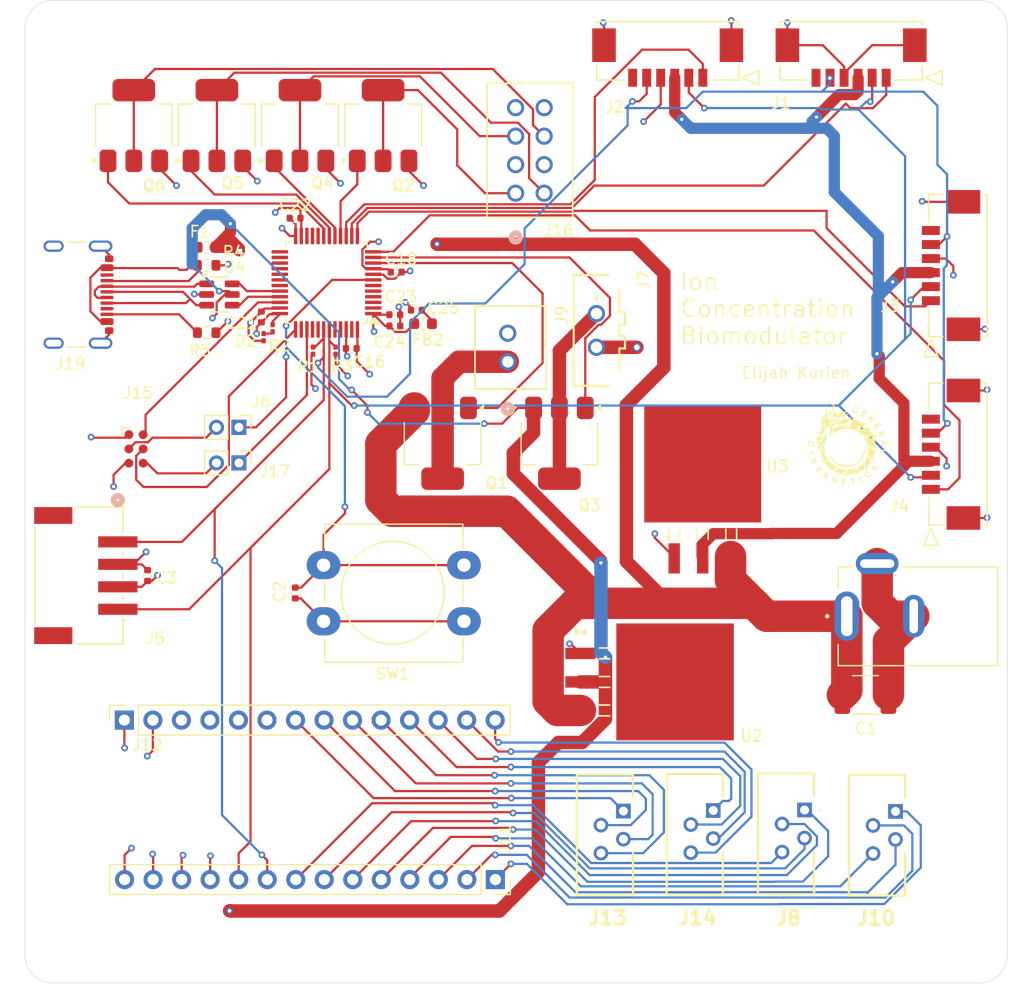
<source format=kicad_pcb>
(kicad_pcb (version 20240108) (generator "pcbnew") (generator_version "8.0")
  (layers (0 "F.Cu" signal) (1 "In1.Cu" power "GND") (2 "In2.Cu" power "Power") (31 "B.Cu" signal) (34 "B.Paste" user) (35 "F.Paste" user) (36 "B.SilkS" user "B.Silkscreen") (37 "F.SilkS" user "F.Silkscreen") (38 "B.Mask" user) (39 "F.Mask" user) (44 "Edge.Cuts" user))
  (net 0 "")
  (net 1 "+12V")
  (net 2 "GND")
  (net 3 "/NRST")
  (net 4 "+3.3V")
  (net 5 "Net-(C25-Pad1)")
  (net 6 "Net-(D2-A)")
  (net 7 "+5V")
  (net 8 "Net-(F1-Pad1)")
  (net 9 "/I2C_SCK")
  (net 11 "/IRQn3")
  (net 13 "/IRQn4")
  (net 15 "/IRQn2")
  (net 16 "/IRQn1")
  (net 18 "Net-(J15-~{RESET})")
  (net 19 "Net-(Q3-D)")
  (net 20 "/32+")
  (net 21 "/31+")
  (net 22 "/31-")
  (net 23 "/32-")
  (net 24 "Net-(Q1-D)")
  (net 25 "/41-")
  (net 26 "/42-")
  (net 27 "/42+")
  (net 28 "/41+")
  (net 29 "/11+")
  (net 30 "Net-(J12-Pin_7)")
  (net 31 "/21-")
  (net 34 "/11-")
  (net 35 "Net-(J12-Pin_8)")
  (net 37 "/12-")
  (net 38 "/21+")
  (net 40 "/12+")
  (net 41 "/SWCLK")
  (net 42 "/SWDIO")
  (net 43 "Net-(J15-SWO)")
  (net 44 "Net-(Q2-D)")
  (net 45 "Net-(Q6-D)")
  (net 46 "Net-(Q5-D)")
  (net 47 "Net-(Q4-D)")
  (net 48 "/SWO")
  (net 49 "Net-(J19-CC1)")
  (net 50 "/D+")
  (net 51 "/D-")
  (net 52 "Net-(J19-CC2)")
  (net 53 "/SOLEN_OUT")
  (net 54 "/SOL1")
  (net 55 "/PELT_OUT")
  (net 56 "/SOL2")
  (net 57 "/SOL3")
  (net 58 "/SOL4")
  (net 80 "Net-(J19-D+-PadA6)")
  (net 81 "Net-(J19-D--PadA7)")
  (net 82 "/I2C_SDA")
  (footprint "Resistor_SMD:R_0201_0603Metric" (layer "F.Cu") (at 126.133502 80.471002 90)
    (property "Reference" "R1")
    (property "Value" "10,000R")
  )
  (footprint "Connector_USB:USB_C_Receptacle_GCT_USB4105-xx-A_16P_TopMnt_Horizontal" (layer "F.Cu") (at 104.103754 75.485394 -90)
    (property "Reference" "J19")
    (property "Value" "USB_C_Receptacle_USB2.0_14P")
  )
  (footprint "Capacitor_SMD:C_0402_1005Metric" (layer "F.Cu") (at 121.533502 77.471002 90)
    (property "Reference" "C21")
    (property "Value" "100nF")
  )
  (footprint "Package_TO_SOT_SMD:SOT-23-6" (layer "F.Cu") (at 117.796002 75.471002)
    (property "Reference" "U4")
    (property "Value" "USBLC6-2SC6")
  )
  (footprint "co2_sensor_footprint:CON_532610671" (layer "F.Cu") (at 181.15 92.821002 90)
    (property "Reference" "J4")
    (property "Value" "532610671")
  )
  (footprint "co2_sensor_footprint:CON_532610671" (layer "F.Cu") (at 181.15 76.021002 90)
    (property "Reference" "J3")
    (property "Value" "532610671")
  )
  (footprint "Resistor_SMD:R_0201_0603Metric" (layer "F.Cu") (at 122.533502 78.471002 -90)
    (property "Reference" "R2")
    (property "Value" "220R")
  )
  (footprint "MountingHole:MountingHole_2.2mm_M2" (layer "F.Cu") (at 184.221002 53.021002)
    (property "Reference" "H4" (hide yes))
    (property "Value" "MountingHole")
  )
  (footprint "Resistor_SMD:R_0201_0603Metric" (layer "F.Cu") (at 128.133502 80.471002 90)
    (property "Reference" "R3")
    (property "Value" "10,000R")
  )
  (footprint "LED_SMD:LED_0201_0603Metric" (layer "F.Cu") (at 121.733502 79.271002 90)
    (property "Reference" "D2")
    (property "Value" "LED")
  )
  (footprint "solenoid_footprint:CONN_IPL1-102-01-L-S-K_SAI" (layer "F.Cu") (at 143.471002 81.461002 90)
    (property "Reference" "J9")
    (property "Value" "IPL1-102-01-L-S-K")
  )
  (footprint "LDO_5V:TS3B" (layer "F.Cu") (at 160.831002 90.690602)
    (property "Reference" "U3")
    (property "Value" "LM1084-3.3")
  )
  (footprint "Capacitor_SMD:C_0402_1005Metric" (layer "F.Cu") (at 111.399999 100.500001 90)
    (property "Reference" "C3")
    (property "Value" "100nF")
  )
  (footprint "Resistor_SMD:R_0603_1608Metric" (layer "F.Cu") (at 116.658502 78.871002)
    (property "Reference" "R5")
    (property "Value" "5,100R")
  )
  (footprint "Inductor_SMD:L_0603_1608Metric" (layer "F.Cu") (at 135.933502 78.071002 180)
    (property "Reference" "FB2")
    (property "Value" "120R")
  )
  (footprint "Connector_PinHeader_2.00mm:PinHeader_1x02_P2.00mm_Vertical" (layer "F.Cu") (at 119.533502 90.471002 -90)
    (property "Reference" "J17")
    (property "Value" "Conn_01x02_Pin")
  )
  (footprint "Capacitor_SMD:C_0402_1005Metric" (layer "F.Cu") (at 133.413502 77.271002)
    (property "Reference" "C23")
    (property "Value" "100nF")
  )
  (footprint "Package_TO_SOT_SMD:SOT-223-3_TabPin2" (layer "F.Cu") (at 124.971002 60.421002 90)
    (property "Reference" "Q4")
    (property "Value" "NDT3055L")
  )
  (footprint "Connector:Tag-Connect_TC2030-IDC-FP_2x03_P1.27mm_Vertical" (layer "F.Cu") (at 110.368502 89.221002 -90)
    (property "Reference" "J15")
    (property "Value" "Conn_ARM_SWD_TagConnect_TC2030")
  )
  (footprint "LOGO" (layer "F.Cu") (at 173.721002 89.021002)
    (property "Reference" "G***" (hide yes))
    (property "Value" "LOGO" (hide yes))
  )
  (footprint "Package_QFP:LQFP-48_7x7mm_P0.5mm" (layer "F.Cu") (at 127.333502 74.421002 180)
    (property "Reference" "U1" (hide yes))
    (property "Value" "STM32F410CBTx")
  )
  (footprint "microfluidics:39532045" (layer "F.Cu") (at 169.9 121.375 -90)
    (property "Reference" "J8")
    (property "Value" "39-53-2045" (hide yes))
  )
  (footprint "MountingHole:MountingHole_2.2mm_M2" (layer "F.Cu") (at 104.221002 53.021002)
    (property "Reference" "H2" (hide yes))
    (property "Value" "MountingHole")
  )
  (footprint "Connector_PinSocket_2.54mm:PinSocket_1x14_P2.54mm_Vertical" (layer "F.Cu") (at 142.371002 127.571002 -90)
    (property "Reference" "J11")
    (property "Value" "Conn_01x14_Pin")
  )
  (footprint "LDO_5V:TS3B" (layer "F.Cu") (at 158.218602 109.971002 -90)
    (property "Reference" "U2")
    (property "Value" "LM1084-5.0")
  )
  (footprint "co2_sensor_footprint:CON_532610671" (layer "F.Cu") (at 177.171002 56.171001 180)
    (property "Reference" "J1")
    (property "Value" "532610671")
  )
  (footprint "co2_sensor_footprint:CON_532610671" (layer "F.Cu") (at 160.842004 56.171001 180)
    (property "Reference" "J2")
    (property "Value" "532610671")
  )
  (footprint "Capacitor_SMD:C_0402_1005Metric" (layer "F.Cu") (at 124.55 102.05 -90)
    (property "Reference" "C2")
    (property "Value" "100nF")
  )
  (footprint "MountingHole:MountingHole_2.2mm_M2" (layer "F.Cu") (at 184.221002 133.021002)
    (property "Reference" "H3" (hide yes))
    (property "Value" "MountingHole")
  )
  (footprint "Package_TO_SOT_SMD:SOT-223-3_TabPin2" (layer "F.Cu") (at 132.371002 60.421002 90)
    (property "Reference" "Q2")
    (property "Value" "NDT3055L")
  )
  (footprint "pinch_solenoid:CONN_IPL1-104-01-x-D-x_SAI" (layer "F.Cu") (at 144.171002 66.451002 90)
    (property "Reference" "J16")
    (property "Value" "IPL1-104-01-L-D-K")
  )
  (footprint "Connector_PinSocket_2.54mm:PinSocket_1x14_P2.54mm_Vertical" (layer "F.Cu") (at 109.331002 113.371002 90)
    (property "Reference" "J12")
    (property "Value" "Conn_01x14_Pin")
  )
  (footprint "barrel_jack_EJ508A:MPD_EJ508A" (layer "F.Cu") (at 176.371002 104.121002 90)
    (property "Reference" "J18" (hide yes))
    (property "Value" "EJ508A")
  )
  (footprint "Package_TO_SOT_SMD:SOT-223-3_TabPin2" (layer "F.Cu") (at 137.671002 88.721002 -90)
    (property "Reference" "Q1")
    (property "Value" "NDT3055L")
  )
  (footprint "Capacitor_SMD:C_0402_1005Metric" (layer "F.Cu") (at 133.413502 78.271002)
    (property "Reference" "C24")
    (property "Value" "1uF")
  )
  (footprint "microfluidics:39532045" (layer "F.Cu") (at 178 121.5 -90)
    (property "Reference" "J10")
    (property "Value" "39-53-2045" (hide yes))
  )
  (footprint "Resistor_SMD:R_0603_1608Metric" (layer "F.Cu") (at 116.658502 72.871002)
    (property "Reference" "R4")
    (property "Value" "5,100R")
  )
  (footprint "Button_Switch_THT:SW_PUSH-12mm_Wuerth-430476085716" (layer "F.Cu") (at 139.571002 104.571002 180)
    (property "Reference" "SW1")
    (property "Value" "SW_Push")
  )
  (footprint "Capacitor_SMD:C_0402_1005Metric" (layer "F.Cu") (at 135.333502 76.871002 180)
    (property "Reference" "C25")
    (property "Value" "1uF")
  )
  (footprint "Fuse:Fuse_0603_1608Metric" (layer "F.Cu") (at 116.646002 71.271002)
    (property "Reference" "F1")
    (property "Value" "500mA")
  )
  (footprint "MountingHole:MountingHole_2.2mm_M2" (layer "F.Cu") (at 104.221002 133.021002)
    (property "Reference" "H1" (hide yes))
    (property "Value" "MountingHole")
  )
  (footprint "Capacitor_SMD:C_0402_1005Metric" (layer "F.Cu") (at 124.533502 68.671002)
    (property "Reference" "C22")
    (property "Value" "100nF")
  )
  (footprint "Connector_PinHeader_2.00mm:PinHeader_1x02_P2.00mm_Vertical" (layer "F.Cu") (at 119.533502 87.301002 -90)
    (property "Reference" "J6")
    (property "Value" "Conn_01x02_Pin")
  )
  (footprint "Package_TO_SOT_SMD:SOT-223-3_TabPin2" (layer "F.Cu") (at 117.571002 60.421002 90)
    (property "Reference" "Q5")
    (property "Value" "NDT3055L")
  )
  (footprint "Capacitor_SMD:C_0402_1005Metric" (layer "F.Cu") (at 129.533502 80.271002 180)
    (property "Reference" "C16")
    (property "Value" "1uF")
  )
  (footprint "microfluidics:39532045" (layer "F.Cu") (at 153.771002 121.471002 -90)
    (property "Reference" "J13")
    (property "Value" "39-53-2045" (hide yes))
  )
  (footprint "co2_dev_board_male_socket:CONN4_S4B-PH-SM4-TB_JST" (layer "F.Cu") (at 105.297299 100.500001 90)
    (property "Reference" "J5")
    (property "Value" "S4B-PH-SM4-TB")
  )
  (footprint "Package_TO_SOT_SMD:SOT-223-3_TabPin2" (layer "F.Cu") (at 110.171002 60.421002 90)
    (property "Reference" "Q6")
    (property "Value" "NDT3055L")
  )
  (footprint "Capacitor_SMD:C_1812_4532Metric" (layer "F.Cu") (at 175.321002 111.121002)
    (property "Reference" "C1")
    (property "Value" "1uF")
  )
  (footprint "Capacitor_SMD:C_0402_1005Metric" (layer "F.Cu") (at 133.533502 73.471002)
    (property "Reference" "C18")
    (property "Value" "100nF")
  )
  (footprint "peltier_cooler_socket_footprint:66200211122" (layer "F.Cu") (at 151.371002 78.671002 90)
    (property "Reference" "J7")
    (property "Value" "6620XX11122_66200211122")
    (property "VALUE" "66200211122" (hide yes))
  )
  (footprint "microfluidics:39532045" (layer "F.Cu") (at 161.771002 121.421002 -90)
    (property "Reference" "J14")
    (property "Value" "39-53-2045" (hide yes))
  )
  (footprint "Package_TO_SOT_SMD:SOT-223-3_TabPin2" (layer "F.Cu") (at 148.071002 88.721002 -90)
    (property "Reference" "Q3")
    (property "Value" "NDT3055L")
  )
  (gr_arc (start 185.471002 49.271002) (mid 187.238769 50.003235) (end 187.971002 51.771002) (stroke (width 0.05)) (layer "Edge.Cuts"))
  (gr_line (start 100.471002 134.271002) (end 100.471002 51.771002) (stroke (width 0.05)) (layer "Edge.Cuts"))
  (gr_arc (start 102.971002 136.771002) (mid 101.203235 136.038769) (end 100.471002 134.271002) (stroke (width 0.05)) (layer "Edge.Cuts"))
  (gr_arc (start 100.471002 51.771002) (mid 101.203235 50.003235) (end 102.971002 49.271002) (stroke (width 0.05)) (layer "Edge.Cuts"))
  (gr_line (start 102.971002 49.271002) (end 185.471002 49.271002) (stroke (width 0.05)) (layer "Edge.Cuts"))
  (gr_line (start 185.471002 136.771002) (end 102.971002 136.771002) (stroke (width 0.05)) (layer "Edge.Cuts"))
  (gr_line (start 187.971002 51.771002) (end 187.971002 134.271002) (stroke (width 0.05)) (layer "Edge.Cuts"))
  (gr_arc (start 187.971002 134.271002) (mid 187.238769 136.038769) (end 185.471002 136.771002) (stroke (width 0.05)) (layer "Edge.Cuts"))
  (gr_text "Ion\nConcentration\nBiomodulator" (at 158.721002 80.021002 0) (layer "F.SilkS") (effects (font (size 1.5 1.5)) (justify left bottom)))
  (gr_text "Elijah Kurien" (at 164.221002 83.021002 0) (layer "F.SilkS") (effects (font (size 1 1) (thickness 0.1)) (justify left bottom)))
  (segment (start 163.311002 100.911002) (end 163.311002 98.803802) (width 2.8) (layer "F.Cu") (net 1))
  (segment (start 134.671002 64.471002) (end 135.971002 65.771002) (width 0.2) (layer "F.Cu") (net 1))
  (segment (start 157.771002 102.971002) (end 151.571002 102.971002) (width 2.8) (layer "F.Cu") (net 1))
  (segment (start 147.065002 111.665002) (end 147.911002 112.511002) (width 2.8) (layer "F.Cu") (net 1))
  (segment (start 154.037002 99.237002) (end 154.037002 85.305002) (width 1.2) (layer "F.Cu") (net 1))
  (segment (start 127.271002 63.571002) (end 127.271002 64.271002) (width 0.2) (layer "F.Cu") (net 1))
  (segment (start 165.571002 103.171002) (end 163.311002 100.911002) (width 2.8) (layer "F.Cu") (net 1))
  (segment (start 151.571002 102.971002) (end 143.371002 94.771002) (width 2.8) (layer "F.Cu") (net 1))
  (segment (start 132.171002 88.771002) (end 135.144002 85.798002) (width 2.8) (layer "F.Cu") (net 1))
  (segment (start 173.666002 104.121002) (end 173.666002 110.726002) (width 2.8) (layer "F.Cu") (net 1))
  (segment (start 134.671002 63.571002) (end 134.671002 64.471002) (width 0.2) (layer "F.Cu") (net 1))
  (segment (start 165.571002 103.171002) (end 165.371002 102.971002) (width 2.8) (layer "F.Cu") (net 1))
  (segment (start 137.198002 70.998002) (end 137.171002 70.971002) (width 1.2) (layer "F.Cu") (net 1))
  (segment (start 154.798002 70.998002) (end 137.198002 70.998002) (width 1.2) (layer "F.Cu") (net 1))
  (segment (start 127.271002 64.271002) (end 128.571002 65.571002) (width 0.2) (layer "F.Cu") (net 1))
  (segment (start 119.871002 63.571002) (end 119.871002 64.071002) (width 0.2) (layer "F.Cu") (net 1))
  (segment (start 157.371002 81.971002) (end 157.371002 73.571002) (width 1.2) (layer "F.Cu") (net 1))
  (segment (start 151.571002 102.971002) (end 149.490002 102.971002) (width 2.8) (layer "F.Cu") (net 1))
  (segment (start 112.471002 64.271002) (end 113.971002 65.771002) (width 0.2) (layer "F.Cu") (net 1))
  (segment (start 147.911002 112.511002) (end 149.938202 112.511002) (width 2.8) (layer "F.Cu") (net 1))
  (segment (start 133.171002 94.771002) (end 132.171002 93.771002) (width 2.8) (layer "F.Cu") (net 1))
  (segment (start 173.666002 104.121002) (end 166.521002 104.121002) (width 2.8) (layer "F.Cu") (net 1))
  (segment (start 154.037002 85.305002) (end 157.371002 81.971002) (width 1.2) (layer "F.Cu") (net 1))
  (segment (start 147.065002 105.396002) (end 147.065002 111.665002) (width 2.8) (layer "F.Cu") (net 1))
  (segment (start 135.144002 85.798002) (end 135.144002 85.571002) (width 2.8) (layer "F.Cu") (net 1))
  (segment (start 165.371002 102.971002) (end 157.771002 102.971002) (width 2.8) (layer "F.Cu") (net 1))
  (segment (start 173.666002 110.726002) (end 173.271002 111.121002) (width 2.8) (layer "F.Cu") (net 1))
  (segment (start 143.371002 94.771002) (end 133.171002 94.771002) (width 2.8) (layer "F.Cu") (net 1))
  (segment (start 132.171002 93.771002) (end 132.171002 88.771002) (width 2.8) (layer "F.Cu") (net 1))
  (segment (start 157.371002 73.571002) (end 154.798002 70.998002) (width 1.2) (layer "F.Cu") (net 1))
  (segment (start 119.871002 64.071002) (end 121.171002 65.371002) (width 0.2) (layer "F.Cu") (net 1))
  (segment (start 157.771002 102.971002) (end 154.037002 99.237002) (width 1.2) (layer "F.Cu") (net 1))
  (segment (start 166.521002 104.121002) (end 165.571002 103.171002) (width 2.8) (layer "F.Cu") (net 1))
  (segment (start 149.490002 102.971002) (end 147.065002 105.396002) (width 2.8) (layer "F.Cu") (net 1))
  (segment (start 112.471002 63.571002) (end 112.471002 64.271002) (width 0.2) (layer "F.Cu") (net 1))
  (via (at 135.971002 65.771002) (size 0.6) (drill 0.3) (layers "F.Cu" "B.Cu") (net 1))
  (via (at 137.171002 70.971002) (size 0.6) (drill 0.3) (layers "F.Cu" "B.Cu") (net 1))
  (via (at 128.571002 65.571002) (size 0.6) (drill 0.3) (layers "F.Cu" "B.Cu") (net 1))
  (via (at 121.171002 65.371002) (size 0.6) (drill 0.3) (layers "F.Cu" "B.Cu") (net 1))
  (via (at 113.971002 65.771002) (size 0.6) (drill 0.3) (layers "F.Cu" "B.Cu") (net 1))
  (segment (start 117.528998 78.871002) (end 118.55 77.85) (width 0.2) (layer "F.Cu") (net 2))
  (segment (start 171.521003 53.271002) (end 173.421002 55.171001) (width 0.2) (layer "F.Cu") (net 2))
  (segment (start 125.013502 68.013502) (end 124.771002 67.771002) (width 0.2) (layer "F.Cu") (net 2))
  (segment (start 173.421002 56.171001) (end 173.421002 55.771001) (width 0.2) (layer "F.Cu") (net 2))
  (segment (start 121.803502 76.721002) (end 121.533502 76.991002) (width 0.2) (layer "F.Cu") (net 2))
  (segment (start 138.571002 104.571002) (end 126.071002 104.571002) (width 0.2) (layer "F.Cu") (net 2))
  (segment (start 133.413502 74.071002) (end 134.013502 73.471002) (width 0.2) (layer "F.Cu") (net 2))
  (segment (start 109.733502 90.491002) (end 109.408998 90.491002) (width 0.2) (layer "F.Cu") (net 2))
  (segment (start 182.55 90.071002) (end 182.55 90.75) (width 0.2) (layer "F.Cu") (net 2))
  (segment (start 121.533502 76.991002) (end 121.533502 77.008502) (width 0.2) (layer "F.Cu") (net 2))
  (segment (start 156.571002 97.143802) (end 158.231002 98.803802) (width 0.2) (layer "F.Cu") (net 2))
  (segment (start 109.408998 90.491002) (end 108.371002 91.528998) (width 0.2) (layer "F.Cu") (net 2))
  (segment (start 186.078998 84.021002) (end 186.15 83.95) (width 0.2) (layer "F.Cu") (net 2))
  (segment (start 127.071002 104.571002) (end 125.03 102.53) (width 0.2) (layer "F.Cu") (net 2))
  (segment (start 129.053502 80.853502) (end 129.171002 80.971002) (width 0.2) (layer "F.Cu") (net 2))
  (segment (start 117.483502 72.871002) (end 118.471002 72.871002) (width 0.2) (layer "F.Cu") (net 2))
  (segment (start 110.152899 99.5) (end 111.264799 98.3881) (width 0.2) (layer "F.Cu") (net 2))
  (segment (start 132.758672 74.071002) (end 133.413502 74.071002) (width 0.2) (layer "F.Cu") (net 2))
  (segment (start 129.053502 80.271002) (end 129.053502 80.853502) (width 0.2) (layer "F.Cu") (net 2))
  (segment (start 124.771002 67.771002) (end 123.171002 67.771002) (width 0.2) (layer "F.Cu") (net 2))
  (segment (start 152.042004 51.342004) (end 151.971002 51.271002) (width 0.2) (layer "F.Cu") (net 2))
  (segment (start 118.471002 72.871002) (end 118.571002 72.771002) (width 0.2) (layer "F.Cu") (net 2))
  (segment (start 132.408672 73.721002) (end 132.758672 74.071002) (width 0.2) (layer "F.Cu") (net 2))
  (segment (start 177.371002 106.371002) (end 179.621002 104.121002) (width 2.8) (layer "F.Cu") (net 2))
  (segment (start 176.371002 102.921002) (end 177.571002 104.121002) (width 2.8) (layer "F.Cu") (net 2))
  (segment (start 134.853502 76.871002) (end 134.853502 76.653502) (width 0.2) (layer "F.Cu") (net 2))
  (segment (start 133.893502 77.271002) (end 133.893502 78.271002) (width 0.2) (layer "F.Cu") (net 2))
  (segment (start 181.55 89.071002) (end 182.55 90.071002) (width 0.2) (layer "F.Cu") (net 2))
  (segment (start 163.392004 53.271002) (end 163.392004 51.092004) (width 0.2) (layer "F.Cu") (net 2))
  (segment (start 120.4 78.142004) (end 120.571002 77.971002) (width 0.2) (layer "F.Cu") (net 2))
  (segment (start 181.15 72.271002) (end 182.471002 72.271002) (width 0.2) (layer "F.Cu") (net 2))
  (segment (start 125.03 102.53) (end 124.55 102.53) (width 0.2) (layer "F.Cu") (net 2))
  (segment (start 108.75 99.5) (end 110.879998 99.5) (width 0.2) (layer "F.Cu") (net 2))
  (segment (start 123.171002 76.721002) (end 121.803502 76.721002) (width 0.2) (layer "F.Cu") (net 2))
  (segment (start 108.371002 91.528998) (end 108.371002 92.571002) (width 0.2) (layer "F.Cu") (net 2))
  (segment (start 134.013502 73.471002) (end 134.671002 73.471002) (width 0.2) (layer "F.Cu") (net 2))
  (segment (start 184.049999 95.371002) (end 186.128998 95.371002) (width 0.2) (layer "F.Cu") (net 2))
  (segment (start 149.078202 106.571002) (end 149.938202 107.431002) (width 0.2) (layer "F.Cu") (net 2))
  (segment (start 157.092004 56.171001) (end 157.092004 58.55) (width 0.2) (layer "F.Cu") (net 2))
  (segment (start 176.371002 99.431002) (end 176.371002 102.921002) (width 2.8) (layer "F.Cu") (net 2))
  (segment (start 108.75 99.5) (end 110.152899 99.5) (width 0.2) (layer "F.Cu") (net 2))
  (segment (start 163.392004 51.092004) (end 163.371002 51.071002) (width 0.2) (layer "F.Cu") (net 2))
  (segment (start 177.371002 111.121002) (end 177.371002 106.371002) (width 2.8) (layer "F.Cu") (net 2))
  (segment (start 107.208754 79.805394) (end 107.981254 79.032894) (width 0.2) (layer "F.Cu") (net 2))
  (segment (start 157.092004 58.55) (end 155.571002 60.071002) (width 0.2) (layer "F.Cu") (net 2))
  (segment (start 133.893502 77.271002) (end 133.893502 76.693502) (width 0.2) (layer "F.Cu") (net 2))
  (segment (start 173.421002 55.771001) (end 175.921001 53.271002) (width 0.2) (layer "F.Cu") (net 2))
  (segment (start 134.671002 73.471002) (end 134.771002 73.371002) (width 0.2) (layer "F.Cu") (net 2))
  (segment (start 111.871002 116.071002) (end 111.871002 113.371002) (width 0.2) (layer "F.Cu") (net 2))
  (segment (start 156.571002 96.771002) (end 156.571002 97.143802) (width 0.2) (layer "F.Cu") (net 2))
  (segment (start 133.893502 76.693502) (end 133.771002 76.571002) (width 0.2) (layer "F.Cu") (net 2))
  (segment (start 121.533502 77.008502) (end 120.571002 77.971002) (width 0.2) (layer "F.Cu") (net 2))
  (segment (start 111.371002 116.571002) (end 111.871002 116.071002) (width 0.2) (layer "F.Cu") (net 2))
  (segment (start 109.351002 127.571002) (end 109.351002 125.391002) (width 0.2) (layer "F.Cu") (net 2))
  (segment (start 107.981254 79.032894) (end 107.981254 78.685394) (width 0.2) (layer "F.Cu") (net 2))
  (segment (start 117.483502 78.871002) (end 117.528998 78.871002) (width 0.2) (layer "F.Cu") (net 2))
  (segment (start 183.15 72.95) (end 183.15 73.75) (width 0.2) (layer "F.Cu") (net 2))
  (segment (start 152.042004 53.271002) (end 152.042004 51.342004) (width 0.2) (layer "F.Cu") (net 2))
  (segment (start 120.4 79.074953) (end 120.4 78.142004) (width 0.2) (layer "F.Cu") (net 2))
  (segment (start 134.853502 76.653502) (end 134.371002 76.171002) (width 0.2) (layer "F.Cu") (net 2))
  (segment (start 186.128998 95.371002) (end 186.15 95.35) (width 0.2) (layer "F.Cu") (net 2))
  (segment (start 177.571002 104.121002) (end 179.621002 104.121002) (width 2.8) (layer "F.Cu") (net 2))
  (segment (start 181.15 89.071002) (end 181.55 89.071002) (width 0.2) (layer "F.Cu") (net 2))
  (segment (start 184.049999 84.021002) (end 186.078998 84.021002) (width 0.2) (layer "F.Cu") (net 2))
  (segment (start 116.658502 75.471002) (end 115.603794 75.471002) (width 0.2) (layer "F.Cu") (net 2))
  (segment (start 182.471002 72.271002) (end 183.15 72.95) (width 0.2) (layer "F.Cu") (net 2))
  (segment (start 107.981254 71.937894) (end 107.981254 72.285394) (width 0.2) (layer "F.Cu") (net 2))
  (segment (start 110.879998 99.5) (end 111.399999 100.020001) (width 0.2) (layer "F.Cu") (net 2))
  (segment (start 175.921001 53.271002) (end 179.721002 53.271002) (width 0.2) (layer "F.Cu") (net 2))
  (segment (start 123.171002 67.771002) (end 122.771002 68.171002) (width 0.2) (layer "F.Cu") (net 2))
  (segment (start 109.351002 125.391002) (end 109.971002 124.771002) (width 0.2) (layer "F.Cu") (net 2))
  (segment (start 184.049999 78.571002) (end 185.928998 78.571002) (width 0.2) (layer "F.Cu") (net 2))
  (segment (start 168.371002 53.271002) (end 168.371002 51.271002) (width 0.2) (layer "F.Cu") (net 2))
  (segment (start 120.916049 79.591002) (end 120.4 79.074953) (width 0.2) (layer "F.Cu") (net 2))
  (segment (start 125.083502 68.741002) (end 125.013502 68.671002) (width 0.2) (layer "F.Cu") (net 2))
  (segment (start 125.013502 68.671002) (end 125.013502 68.013502) (width 0.2) (layer "F.Cu") (net 2))
  (segment (start 129.083502 80.241002) (end 129.053502 80.271002) (width 0.2) (layer "F.Cu") (net 2))
  (segment (start 125.083502 70.308502) (end 125.083502 68.741002) (width 0.2) (layer "F.Cu") (net 2))
  (segment (start 168.371002 53.271002) (end 171.521003 53.271002) (width 0.2) (layer "F.Cu") (net 2))
  (segment (start 148.971002 106.571002) (end 149.078202 106.571002) (width 0.2) (layer "F.Cu") (net 2))
  (segment (start 173.421002 55.171001) (end 173.421002 56.171001) (width 0.2) (layer "F.Cu") (net 2))
  (segment (start 121.733502 79.591002) (end 120.916049 79.591002) (width 0.2) (layer "F.Cu") (net 2))
  (segment (start 107.208754 71.165394) (end 107.981254 71.937894) (width 0.2) (layer "F.Cu") (net 2))
  (segment (start 180.421002 67.221002) (end 180.371002 67.171002) (width 0.2) (layer "F.Cu") (net 2))
  (segment (start 129.083502 78.633502) (end 129.083502 80.241002) (width 0.2) (layer "F.Cu") (net 2))
  (segment (start 151.371002 80.171002) (end 154.971002 80.171002) (width 1.2) (layer "F.Cu") (net 2))
  (segment (start 184.049999 67.221002) (end 180.421002 67.221002) (width 0.2) (layer "F.Cu") (net 2))
  (segment (start 131.496002 73.721002) (end 132.408672 73.721002) (width 0.2) (layer "F.Cu") (net 2))
  (segment (start 185.928998 78.571002) (end 185.95 78.55) (width 0.2) (layer "F.Cu") (net 2))
  (segment (start 115.603794 75.471002) (end 115.558882 75.42609) (width 0.2) (layer "F.Cu") (net 2))
  (via (at 111.371002 116.571002) (size 0.6) (drill 0.3) (layers "F.Cu" "B.Cu") (net 2))
  (via (at 109.971002 124.771002) (size 0.6) (drill 0.3) (layers "F.Cu" "B.Cu") (net 2))
  (via (at 154.971002 80.171002) (size 0.8) (drill 0.5) (layers "F.Cu" "B.Cu") (net 2))
  (via (at 111.264799 98.3881) (size 0.6) (drill 0.3) (layers "F.Cu" "B.Cu") (net 2))
  (via (at 134.371002 76.171002) (size 0.6) (drill 0.3) (layers "F.Cu" "B.Cu") (net 2))
  (via (at 108.371002 92.571002) (size 0.6) (drill 0.3) (layers "F.Cu" "B.Cu") (net 2))
  (via (at 185.95 78.55) (size 0.6) (drill 0.3) (layers "F.Cu" "B.Cu") (net 2))
  (via (at 186.15 83.95) (size 0.6) (drill 0.3) (layers "F.Cu" "B.Cu") (net 2))
  (via (at 115.558882 75.42609) (size 0.6) (drill 0.3) (layers "F.Cu" "B.Cu") (net 2))
  (via (at 151.971002 51.271002) (size 0.6) (drill 0.3) (layers "F.Cu" "B.Cu") (net 2))
  (via (at 183.15 73.75) (size 0.6) (drill 0.3) (layers "F.Cu" "B.Cu") (net 2))
  (via (at 134.771002 73.371002) (size 0.6) (drill 0.3) (layers "F.Cu" "B.Cu") (net 2))
  (via (at 156.571002 96.771002) (size 0.6) (drill 0.3) (layers "F.Cu" "B.Cu") (net 2))
  (via (at 182.55 90.75) (size 0.6) (drill 0.3) (layers "F.Cu" "B.Cu") (net 2))
  (via (at 186.15 95.35) (size 0.6) (drill 0.3) (layers "F.Cu" "B.Cu") (net 2))
  (via (at 118.55 77.85) (size 0.6) (drill 0.3) (layers "F.Cu" "B.Cu") (net 2))
  (via (at 148.971002 106.571002) (size 0.6) (drill 0.3) (layers "F.Cu" "B.Cu") (net 2))
  (via (at 133.771002 76.571002) (size 0.6) (drill 0.3) (layers "F.Cu" "B.Cu") (net 2))
  (via (at 155.571002 60.071002) (size 0.6) (drill 0.3) (layers "F.Cu" "B.Cu") (net 2))
  (via (at 118.571002 72.771002) (size 0.6) (drill 0.3) (layers "F.Cu" "B.Cu") (net 2))
  (via (at 163.371002 51.071002) (size 0.6) (drill 0.3) (layers "F.Cu" "B.Cu") (net 2))
  (via (at 180.371002 67.171002) (size 0.6) (drill 0.3) (layers "F.Cu" "B.Cu") (net 2))
  (via (at 129.171002 80.971002) (size 0.6) (drill 0.3) (layers "F.Cu" "B.Cu") (net 2))
  (via (at 120.571002 77.971002) (size 0.6) (drill 0.3) (layers "F.Cu" "B.Cu") (net 2))
  (via (at 168.371002 51.271002) (size 0.6) (drill 0.3) (layers "F.Cu" "B.Cu") (net 2))
  (via (at 122.771002 68.171002) (size 0.6) (drill 0.3) (layers "F.Cu" "B.Cu") (net 2))
  (segment (start 128.971002 94.971002) (end 127.071002 96.871002) (width 0.2) (layer "F.Cu") (net 3))
  (segment (start 121.053502 87.301002) (end 123.733502 84.621002) (width 0.2) (layer "F.Cu") (net 3))
  (segment (start 127.829332 74.171002) (end 131.496002 74.171002) (width 0.2) (layer "F.Cu") (net 3))
  (segment (start 123.733502 84.621002) (end 123.733502 81.021002) (width 0.2) (layer "F.Cu") (net 3))
  (segment (start 128.971002 94.371002) (end 128.971002 94.971002) (width 0.2) (layer "F.Cu") (net 3))
  (segment (start 123.733502 78.266832) (end 127.829332 74.171002) (width 0.2) (layer "F.Cu") (net 3))
  (segment (start 119.533502 87.301002) (end 121.053502 87.301002) (width 0.2) (layer "F.Cu") (net 3))
  (segment (start 125.072004 101.57) (end 124.55 101.57) (width 0.2) (layer "F.Cu") (net 3))
  (segment (start 126.681002 99.181002) (end 127.071002 99.571002) (width 0.2) (layer "F.Cu") (net 3))
  (segment (start 138.571002 99.571002) (end 126.071002 99.571002) (width 0.2) (layer "F.Cu") (net 3))
  (segment (start 127.071002 99.571002) (end 125.072004 101.57) (width 0.2) (layer "F.Cu") (net 3))
  (segment (start 127.071002 96.871002) (end 127.071002 99.571002) (width 0.2) (layer "F.Cu") (net 3))
  (via (at 123.733502 81.021002) (size 0.6) (drill 0.3) (layers "F.Cu" "B.Cu") (net 3))
  (via (at 123.733502 78.266832) (size 0.6) (drill 0.3) (layers "F.Cu" "B.Cu") (net 3))
  (via (at 128.971002 94.371002) (size 0.6) (drill 0.3) (layers "F.Cu" "B.Cu") (net 3))
  (segment (start 123.733502 80.171002) (end 128.971002 85.408502) (width 0.2) (layer "B.Cu") (net 3))
  (segment (start 128.971002 85.408502) (end 128.971002 94.371002) (width 0.2) (layer "B.Cu") (net 3))
  (segment (start 123.733502 80.171002) (end 123.733502 78.266832) (width 0.2) (layer "B.Cu") (net 3))
  (segment (start 123.733502 81.021002) (end 123.733502 80.171002) (width 0.2) (layer "B.Cu") (net 3))
  (segment (start 109.733502 87.951002) (end 109.462052 88.222452) (width 0.2) (layer "F.Cu") (net 4))
  (segment (start 166.992004 96.75) (end 166.971002 96.771002) (width 1) (layer "F.Cu") (net 4))
  (segment (start 111.782008 100.980001) (end 112.284354 100.477655) (width 0.2) (layer "F.Cu") (net 4))
  (segment (start 131.496002 73.171002) (end 130.829332 73.171002) (width 0.2) (layer "F.Cu") (net 4))
  (segment (start 132.933502 78.271002) (end 132.546002 78.271002) (width 0.2) (layer "F.Cu") (net 4))
  (segment (start 178.75 90.75) (end 179.178998 90.321002) (width 1) (layer "F.Cu") (net 4))
  (segment (start 132.933502 77.271002) (end 131.546002 77.271002) (width 0.2) (layer "F.Cu") (net 4))
  (segment (start 172.75 96.75) (end 178.75 90.75) (width 1) (layer "F.Cu") (net 4))
  (segment (start 130.083502 80.201002) (end 130.013502 80.271002) (width 0.2) (layer "F.Cu") (net 4))
  (segment (start 131.496002 78.696002) (end 131.571002 78.771002) (width 0.2) (layer "F.Cu") (net 4))
  (segment (start 124.583502 69.201002) (end 124.053502 68.671002) (width 0.2) (layer "F.Cu") (net 4))
  (segment (start 158.342004 59.242004) (end 158.342004 56.171001) (width 1) (layer "F.Cu") (net 4))
  (segment (start 174.671002 57.375001) (end 174.671002 56.171001) (width 1) (layer "F.Cu") (net 4))
  (segment (start 131.496002 73.221002) (end 132.803502 73.221002) (width 0.2) (layer "F.Cu") (net 4))
  (segment (start 160.771002 98.803802) (end 160.771002 97.771002) (width 1) (layer "F.Cu") (net 4))
  (segment (start 133.470502 78.808002) (end 134.409002 78.808002) (width 0.2) (layer "F.Cu") (net 4))
  (segment (start 128.133502 81.633502) (end 128.133502 80.791002) (width 0.2) (layer "F.Cu") (net 4))
  (segment (start 178.578998 73.521002) (end 181.15 73.521002) (width 1) (layer "F.Cu") (net 4))
  (segment (start 130.083502 78.633502) (end 130.083502 80.201002) (width 0.2) (layer "F.Cu") (net 4))
  (segment (start 130.531502 71.468832) (end 131.229332 70.771002) (width 0.2) (layer "F.Cu") (net 4))
  (segment (start 122.263502 77.221002) (end 121.533502 77.951002) (width 0.2) (layer "F.Cu") (net 4))
  (segment (start 122.533502 77.858502) (end 123.171002 77.221002) (width 0.2) (layer "F.Cu") (net 4))
  (segment (start 125.991002 83.491002) (end 126.35 83.85) (width 0.2) (layer "F.Cu") (net 4))
  (segment (start 126.133502 80.791002) (end 125.991002 80.933502) (width 0.2) (layer "F.Cu") (net 4))
  (segment (start 131.546002 77.271002) (end 131.496002 77.221002) (width 0.2) (layer "F.Cu") (net 4))
  (segment (start 161.771002 96.771002) (end 166.971002 96.771002) (width 1) (layer "F.Cu") (net 4))
  (segment (start 111.399999 100.980001) (end 111.782008 100.980001) (width 0.2) (layer "F.Cu") (net 4))
  (segment (start 170.971002 59.671002) (end 172.971002 57.671002) (width 1) (layer "F.Cu") (net 4))
  (segment (start 130.531502 72.873172) (end 130.531502 71.468832) (width 0.2) (layer "F.Cu") (net 4))
  (segment (start 109.462052 88.222452) (end 106.422452 88.222452) (width 0.2) (layer "F.Cu") (net 4))
  (segment (start 124.058502 70.258502) (end 123.371002 69.571002) (width 0.2) (layer "F.Cu") (net 4))
  (segment (start 121.533502 77.951002) (end 121.106504 78.378) (width 0.2) (layer "F.Cu") (net 4))
  (segment (start 125.991002 80.933502) (end 125.991002 83.491002) (width 0.2) (layer "F.Cu") (net 4))
  (segment (start 176.55 82.95) (end 176.55 80.95) (width 1) (layer "F.Cu") (net 4))
  (segment (start 178.75 90.75) (end 178.75 85.15) (width 1) (layer "F.Cu") (net 4))
  (segment (start 124.583502 70.258502) (end 124.058502 70.258502) (width 0.2) (layer "F.Cu") (net 4))
  (segment (start 130.013502 80.271002) (end 130.013502 81.413502) (width 0.2) (layer "F.Cu") (net 4))
  (segment (start 132.546002 78.271002) (end 131.496002 77.221002) (width 0.2) (layer "F.Cu") (net 4))
  (segment (start 174.375001 57.671002) (end 174.671002 57.375001) (width 1) (layer "F.Cu") (net 4))
  (segment (start 130.013502 81.413502) (end 131.171002 82.571002) (width 0.2) (layer "F.Cu") (net 4))
  (segment (start 122.533502 78.151002) (end 122.533502 77.858502) (width 0.2) (layer "F.Cu") (net 4))
  (segment (start 172.971002 57.671002) (end 174.375001 57.671002) (width 1) (layer "F.Cu") (net 4))
  (segment (start 110.879998 101.500002) (end 111.399999 100.980001) (width 0.2) (layer "F.Cu") (net 4))
  (segment (start 121.106504 78.378) (end 121.106504 78.961213) (width 0.2) (layer "F.Cu") (net 4))
  (segment (start 106.422452 88.222452) (end 106.371002 88.171002) (width 0.2) (layer "F.Cu") (net 4))
  (segment (start 160.771002 97.771002) (end 161.771002 96.771002) (width 1) (layer "F.Cu") (net 4))
  (segment (start 108.75 101.500002) (end 110.879998 101.500002) (width 0.2) (layer "F.Cu") (net 4))
  (segment (start 176.55 80.95) (end 176.35 80.75) (width 1) (layer "F.Cu") (net 4))
  (segment (start 134.409002 78.808002) (end 135.146002 78.071002) (width 0.2) (layer "F.Cu") (net 4))
  (segment (start 131.496002 77.171002) (end 131.496002 78.696002) (width 0.2) (layer "F.Cu") (net 4))
  (segment (start 178.75 85.15) (end 176.55 82.95) (width 1) (layer "F.Cu") (net 4))
  (segment (start 172.75 96.75) (end 166.992004 96.75) (width 1) (layer "F.Cu") (net 4))
  (segment (start 129.225 82.725) (end 128.133502 81.633502) (width 0.2) (layer "F.Cu") (net 4))
  (segment (start 132.803502 73.221002) (end 133.053502 73.471002) (width 0.2) (layer "F.Cu") (net 4))
  (segment (start 132.933502 78.271002) (end 133.470502 78.808002) (width 0.2) (layer "F.Cu") (net 4))
  (segment (start 123.171002 77.221002) (end 122.263502 77.221002) (width 0.2) (layer "F.Cu") (net 4))
  (segment (start 179.178998 90.321002) (end 181.15 90.321002) (width 1) (layer "F.Cu") (net 4))
  (segment (start 124.583502 70.308502) (end 124.583502 69.201002) (width 0.2) (layer "F.Cu") (net 4))
  (segment (start 177.75 74.35) (end 178.578998 73.521002) (width 1) (layer "F.Cu") (net 4))
  (segment (start 131.229332 70.771002) (end 131.971002 70.771002) (width 0.2) (layer "F.Cu") (net 4))
  (segment (start 130.829332 73.171002) (end 130.531502 72.873172) (width 0.2) (layer "F.Cu") (net 4))
  (segment (start 158.971002 59.871002) (end 158.342004 59.242004) (width 1) (layer "F.Cu") (net 4))
  (via (at 176.35 80.75) (size 0.6) (drill 0.3) (layers "F.Cu" "B.Cu") (net 4))
  (via (at 131.171002 82.571002) (size 0.6) (drill 0.3) (layers "F.Cu" "B.Cu") (net 4))
  (via (at 106.371002 88.171002) (size 0.6) (drill 0.3) (layers "F.Cu" "B.Cu") (net 4))
  (via (at 121.106504 78.961213) (size 0.6) (drill 0.3) (layers "F.Cu" "B.Cu") (net 4))
  (via (at 112.284354 100.477655) (size 0.6) (drill 0.3) (layers "F.Cu" "B.Cu") (net 4))
  (via (at 158.971002 59.871002) (size 0.6) (drill 0.3) (layers "F.Cu" "B.Cu") (net 4))
  (via (at 123.371002 69.571002) (size 0.6) (drill 0.3) (layers "F.Cu" "B.Cu") (net 4))
  (via (at 177.75 74.35) (size 0.6) (drill 0.3) (layers "F.Cu" "B.Cu") (net 4))
  (via (at 129.225 82.725) (size 0.6) (drill 0.3) (layers "F.Cu" "B.Cu") (net 4))
  (via (at 126.35 83.85) (size 0.6) (drill 0.3) (layers "F.Cu" "B.Cu") (net 4))
  (via (at 170.971002 59.671002) (size 0.6) (drill 0.3) (layers "F.Cu" "B.Cu") (net 4))
  (via (at 131.571002 78.771002) (size 0.6) (drill 0.3) (layers "F.Cu" "B.Cu") (net 4))
  (via (at 131.971002 70.771002) (size 0.6) (drill 0.3) (layers "F.Cu" "B.Cu") (net 4))
  (segment (start 172.55271 61.35271) (end 172.55271 66.35271) (width 1) (layer "B.Cu") (net 4))
  (segment (start 176.471002 70.271002) (end 176.471002 75.628998) (width 1) (layer "B.Cu") (net 4))
  (segment (start 170.571002 60.671002) (end 170.571002 60.071002) (width 1) (layer "B.Cu") (net 4))
  (segment (start 170.571002 60.071002) (end 170.971002 59.671002) (width 1) (layer "B.Cu") (net 4))
  (segment (start 170.571002 60.671002) (end 169.971002 60.671002) (width 1) (layer "B.Cu") (net 4))
  (segment (start 169.971002 60.671002) (end 159.771002 60.671002) (width 1) (layer "B.Cu") (net 4))
  (segment (start 159.771002 60.671002) (end 158.971002 59.871002) (width 1) (layer "B.Cu") (net 4))
  (segment (start 176.471002 75.628998) (end 176.35 75.75) (width 1) (layer "B.Cu") (net 4))
  (segment (start 172.55271 66.35271) (end 176.471002 70.271002) (width 1) (layer "B.Cu") (net 4))
  (segment (start 176.35 80.75) (end 176.35 75.75) (width 1) (layer "B.Cu") (net 4))
  (segment (start 176.35 75.75) (end 177.75 74.35) (width 1) (layer "B.Cu") (net 4))
  (segment (start 169.971002 60.671002) (end 171.871002 60.671002) (width 1) (layer "B.Cu") (net 4))
  (segment (start 171.871002 60.671002) (end 172.55271 61.35271) (width 1) (layer "B.Cu") (net 4))
  (segment (start 136.721002 77.778502) (end 135.813502 76.871002) (width 0.2) (layer "F.Cu") (net 5))
  (segment (start 136.721002 78.071002) (end 136.721002 77.778502) (width 0.2) (layer "F.Cu") (net 5))
  (segment (start 121.733502 78.951002) (end 122.373502 78.951002) (width 0.2) (layer "F.Cu") (net 6))
  (segment (start 122.373502 78.951002) (end 122.533502 78.791002) (width 0.2) (layer "F.Cu") (net 6))
  (segment (start 142.725002 130.371002) (end 118.821002 130.371002) (width 1.2) (layer "F.Cu") (net 7))
  (segment (start 130.971002 85.371002) (end 129.571002 83.971002) (width 0.2) (layer "F.Cu") (net 7))
  (segment (start 146.2 117.142004) (end 146.2 126.896004) (width 1.2) (layer "F.Cu") (net 7))
  (segment (start 147.971002 115.371002) (end 146.2 117.142004) (width 1.2) (layer "F.Cu") (net 7))
  (segment (start 109.331002 113.371002) (end 109.331002 115.831002) (width 0.2) (layer "F.Cu") (net 7))
  (segment (start 111.891002 127.571002) (end 111.891002 125.341002) (width 0.2) (layer "F.Cu") (net 7))
  (segment (start 118.771002 69.171002) (end 118.771002 69.933502) (width 1) (layer "F.Cu") (net 7))
  (segment (start 143.971002 91.413514) (end 143.971002 89.571002) (width 1.2) (layer "F.Cu") (net 7))
  (segment (start 118.452252 70.252252) (end 119.571002 71.371002) (width 1) (layer "F.Cu") (net 7))
  (segment (start 118.271002 75.471002) (end 118.933502 75.471002) (width 0.2) (layer "F.Cu") (net 7))
  (segment (start 142.971002 86.971002) (end 141.371002 86.971002) (width 0.2) (layer "F.Cu") (net 7))
  (segment (start 117.171002 77.571002) (end 117.548002 77.194002) (width 0.2) (layer "F.Cu") (net 7))
  (segment (start 119.571002 71.371002) (end 119.571002 71.571002) (width 1) (layer "F.Cu") (net 7))
  (segment (start 149.938202 109.971002) (end 151.771002 109.971002) (width 1.2) (layer "F.Cu") (net 7))
  (segment (start 146.2 126.896004) (end 142.725002 130.371002) (width 1.2) (layer "F.Cu") (net 7))
  (segment (start 151.771002 99.371002) (end 151.72849 99.32849) (width 1.2) (layer "F.Cu") (net 7))
  (segment (start 116.971002 127.571002) (end 116.971002 125.478998) (width 0.2) (layer "F.Cu") (net 7))
  (segment (start 143.971002 89.571002) (end 145.771002 87.771002) (width 1.2) (layer "F.Cu") (net 7))
  (segment (start 151.72849 99.32849) (end 151.72849 99.171002) (width 1.2) (layer "F.Cu") (net 7))
  (segment (start 150.086234 115.371002) (end 147.971002 115.371002) (width 1.2) (layer "F.Cu") (net 7))
  (segment (start 144.371002 85.571002) (end 142.971002 86.971002) (width 0.2) (layer "F.Cu") (net 7))
  (segment (start 117.771002 75.171002) (end 118.633502 75.171002) (width 0.2) (layer "F.Cu") (net 7))
  (segment (start 117.548002 77.194002) (end 117.548002 76.194002) (width 0.2) (layer "F.Cu") (net 7))
  (segment (start 152.171002 113.286234) (end 150.086234 115.371002) (width 1.2) (layer "F.Cu") (net 7))
  (segment (start 130.971002 85.971002) (end 130.971002 85.371002) (width 0.2) (layer "F.Cu") (net 7))
  (segment (start 118.8 130.35) (end 118.7 130.35) (width 1.2) (layer "F.Cu") (net 7))
  (segment (start 109.331002 115.831002) (end 109.35 115.85) (width 0.2) (layer "F.Cu") (net 7))
  (segment (start 145.771002 87.771002) (end 145.771002 85.571002) (width 1.2) (layer "F.Cu") (net 7))
  (segment (start 111.891002 125.341002) (end 111.85 125.3) (width 0.2) (layer "F.Cu") (net 7))
  (segment (start 118.633502 75.171002) (end 118.933502 75.471002) (width 0.2) (layer "F.Cu") (net 7))
  (segment (start 117.433502 71.271002) (end 119.271002 71.271002) (width 1) (layer "F.Cu") (net 7))
  (segment (start 118.452252 70.252252) (end 117.433502 71.271002) (width 1) (layer "F.Cu") (net 7))
  (segment (start 114.431002 127.571002) (end 114.431002 125.518998) (width 0.2) (layer "F.Cu") (net 7))
  (segment (start 118.821002 130.371002) (end 118.8 130.35) (width 1.2) (layer "F.Cu") (net 7))
  (segment (start 145.771002 85.571002) (end 144.371002 85.571002) (width 0.2) (layer "F.Cu") (net 7))
  (segment (start 119.271002 71.271002) (end 119.571002 71.571002) (width 1) (layer "F.Cu") (net 7))
  (segment (start 151.771002 109.971002) (end 152.171002 110.371002) (width 1.2) (layer "F.Cu") (net 7))
  (segment (start 117.548002 76.194002) (end 118.271002 75.471002) (width 0.2) (layer "F.Cu") (net 7))
  (segment (start 152.171002 107.771002) (end 152.171002 110.371002) (width 1.2) (layer "F.Cu") (net 7))
  (segment (start 114.431002 125.518998) (end 114.55 125.4) (width 0.2) (layer "F.Cu") (net 7))
  (segment (start 151.72849 99.171002) (end 143.971002 91.413514) (width 1.2) (layer "F.Cu") (net 7))
  (segment (start 152.171002 110.371002) (end 152.171002 113.286234) (width 1.2) (layer "F.Cu") (net 7))
  (segment (start 116.971002 125.478998) (end 117 125.45) (width 0.2) (layer "F.Cu") (net 7))
  (segment (start 118.771002 69.933502) (end 118.452252 70.252252) (width 1) (layer "F.Cu") (net 7))
  (via (at 111.85 125.3) (size 0.6) (drill 0.3) (layers "F.Cu" "B.Cu") (net 7))
  (via (at 130.971002 85.971002) (size 0.6) (drill 0.3) (layers "F.Cu" "B.Cu") (net 7))
  (via (at 118.7 130.35) (size 0.6) (drill 0.3) (layers "F.Cu" "B.Cu") (net 7))
  (via (at 118.771002 69.171002) (size 0.6) (drill 0.3) (layers "F.Cu" "B.Cu") (net 7))
  (via (at 152.171002 107.771002) (size 0.6) (drill 0.3) (layers "F.Cu" "B.Cu") (net 7))
  (via (at 117.771002 75.171002) (size 0.6) (drill 0.3) (layers "F.Cu" "B.Cu") (net 7))
  (via (at 141.371002 86.971002) (size 0.6) (drill 0.3) (layers "F.Cu" "B.Cu") (net 7))
  (via (at 109.35 115.85) (size 0.6) (drill 0.3) (layers "F.Cu" "B.Cu") (net 7))
  (via (at 117.171002 77.571002) (size 0.6) (drill 0.3) (layers "F.Cu" "B.Cu") (net 7))
  (via (at 117 125.45) (size 0.6) (drill 0.3) (layers "F.Cu" "B.Cu") (net 7))
  (via (at 129.571002 83.971002) (size 0.6) (drill 0.3) (layers "F.Cu" "B.Cu") (net 7))
  (via (at 151.771002 99.371002) (size 0.6) (drill 0.3) (layers "F.Cu" "B.Cu") (net 7))
  (via (at 119.571002 71.571002) (size 0.6) (drill 0.3) (layers "F.Cu" "B.Cu") (net 7))
  (via (at 114.55 125.4) (size 0.6) (drill 0.3) (layers "F.Cu" "B.Cu") (net 7))
  (segment (start 129.571002 83.971002) (end 129.425711 83.971002) (width 0.2) (layer "B.Cu") (net 7))
  (segment (start 115.371002 72.771002) (end 115.371002 69.571002) (width 1) (layer "B.Cu") (net 7))
  (segment (start 128.444002 78.844002) (end 118.771002 69.171002) (width 0.2) (layer "B.Cu") (net 7))
  (segment (start 151.771002 107.371002) (end 152.171002 107.771002) (width 1.2) (layer "B.Cu") (net 7))
  (segment (start 116.571002 68.371002) (end 117.971002 68.371002) (width 1) (layer "B.Cu") (net 7))
  (segment (start 151.971002 107.571002) (end 152.171002 107.771002) (width 0.2) (layer "B.Cu") (net 7))
  (segment (start 131.971002 86.971002) (end 130.971002 85.971002) (width 0.2) (layer "B.Cu") (net 7))
  (segment (start 128.444002 82.989293) (end 128.444002 78.844002) (width 0.2) (layer "B.Cu") (net 7))
  (segment (start 141.371002 86.971002) (end 131.971002 86.971002) (width 0.2) (layer "B.Cu") (net 7))
  (segment (start 115.371002 69.571002) (end 116.571002 68.371002) (width 1) (layer "B.Cu") (net 7))
  (segment (start 129.425711 83.971002) (end 128.444002 82.989293) (width 0.2) (layer "B.Cu") (net 7))
  (segment (start 115.371002 72.771002) (end 117.771002 75.171002) (width 0.2) (layer "B.Cu") (net 7))
  (segment (start 117.971002 68.371002) (end 118.771002 69.171002) (width 1) (layer "B.Cu") (net 7))
  (segment (start 151.771002 99.371002) (end 151.771002 107.371002) (width 1.2) (layer "B.Cu") (net 7))
  (segment (start 114.221002 73.271002) (end 114.858502 73.271002) (width 0.2) (layer "F.Cu") (net 8))
  (segment (start 114.071002 73.121002) (end 114.221002 73.271002) (width 0.2) (layer "F.Cu") (net 8))
  (segment (start 107.206003 73.071002) (end 106.306002 73.971003) (width 0.2) (layer "F.Cu") (net 8))
  (segment (start 106.306002 73.971003) (end 106.306002 76.971001) (width 0.2) (layer "F.Cu") (net 8))
  (segment (start 107.631832 73.121002) (end 114.071002 73.121002) (width 0.2) (layer "F.Cu") (net 8))
  (segment (start 107.781002 73.071002) (end 107.206003 73.071002) (width 0.2) (layer "F.Cu") (net 8))
  (segment (start 115.058502 71.471002) (end 115.258502 71.271002) (width 0.2) (layer "F.Cu") (net 8))
  (segment (start 115.258502 71.271002) (end 115.858502 71.271002) (width 0.2) (layer "F.Cu") (net 8))
  (segment (start 106.306002 76.971001) (end 107.206003 77.871002) (width 0.2) (layer "F.Cu") (net 8))
  (segment (start 115.058502 73.071002) (end 115.058502 71.471002) (width 0.2) (layer "F.Cu") (net 8))
  (segment (start 114.858502 73.271002) (end 115.058502 73.071002) (width 0.2) (layer "F.Cu") (net 8))
  (segment (start 107.206003 77.871002) (end 107.781002 77.871002) (width 0.2) (layer "F.Cu") (net 8))
  (segment (start 127.083502 84.871002) (end 127.083502 80.371002) (width 0.2) (layer "F.Cu") (net 9))
  (segment (start 181.751998 87.821002) (end 181.15 87.821002) (width 0.2) (layer "F.Cu") (net 9))
  (segment (start 114.454502 97.500002) (end 117.602252 94.352252) (width 0.2) (layer "F.Cu") (net 9))
  (segment (start 155.842004 57.6) (end 155.842004 56.171001) (width 0.2) (layer "F.Cu") (net 9))
  (segment (start 126.303501 80.151002) (end 126.133502 80.151002) (width 0.2) (layer "F.Cu") (net 9))
  (segment (start 121.571002 125.371002) (end 122.051002 125.851002) (width 0.2) (layer "F.Cu") (net 9))
  (segment (start 117.602252 94.352252) (end 127.083502 84.871002) (width 0.2) (layer "F.Cu") (net 9))
  (segment (start 117.602252 94.352252) (end 117.371002 94.583502) (width 0.2) (layer "F.Cu") (net 9))
  (segment (start 172.15 56.2) (end 172.171002 56.178998) (width 0.2) (layer "F.Cu") (net 9))
  (segment (start 155.171002 58.271002) (end 155.842004 57.6) (width 0.2) (layer "F.Cu") (net 9))
  (segment (start 181.878998 71.021002) (end 181.15 71.021002) (width 0.2) (layer "F.Cu") (net 9))
  (segment (start 172.171002 56.178998) (end 172.171002 56.171001) (width 0.2) (layer "F.Cu") (net 9))
  (segment (start 182.623 86.95) (end 181.751998 87.821002) (width 0.2) (layer "F.Cu") (net 9))
  (segment (start 122.051002 125.851002) (end 122.051002 127.571002) (width 0.2) (layer "F.Cu") (net 9))
  (segment (start 117.371002 94.583502) (end 117.371002 99.171002) (width 0.2) (layer "F.Cu") (net 9))
  (segment (start 154.571002 58.271002) (end 155.171002 58.271002) (width 0.2) (layer "F.Cu") (net 9))
  (segment (start 108.75 97.500002) (end 114.454502 97.500002) (width 0.2) (layer "F.Cu") (net 9))
  (segment (start 127.083502 80.371002) (end 127.083502 81.058502) (width 0.2) (layer "F.Cu") (net 9))
  (segment (start 127.083502 81.058502) (end 126.571002 81.571002) (width 0.2) (layer "F.Cu") (net 9))
  (segment (start 182.593853 70.306147) (end 181.878998 71.021002) (width 0.2) (layer "F.Cu") (net 9))
  (segment (start 127.083502 80.371002) (end 127.083502 79.371001) (width 0.2) (layer "F.Cu") (net 9))
  (segment (start 127.083502 79.371001) (end 126.303501 80.151002) (width 0.2) (layer "F.Cu") (net 9))
  (via (at 182.593853 70.306147) (size 0.6) (drill 0.3) (layers "F.Cu" "B.Cu") (net 9))
  (via (at 182.623 86.95) (size 0.6) (drill 0.3) (layers "F.Cu" "B.Cu") (net 9))
  (via (at 154.571002 58.271002) (size 0.6) (drill 0.3) (layers "F.Cu" "B.Cu") (net 9))
  (via (at 172.15 56.2) (size 0.6) (drill 0.3) (layers "F.Cu" "B.Cu") (net 9))
  (via (at 117.371002 99.171002) (size 0.6) (drill 0.3) (layers "F.Cu" "B.Cu") (net 9))
  (via (at 121.571002 125.371002) (size 0.6) (drill 0.3) (layers "F.Cu" "B.Cu") (net 9))
  (via (at 126.571002 81.571002) (size 0.6) (drill 0.3) (layers "F.Cu" "B.Cu") (net 9))
  (segment (start 182.57 72.88) (end 182.3 73.15) (width 0.2) (layer "B.Cu") (net 9))
  (segment (start 171.45 57.407856) (end 180.471002 57.407856) (width 0.2) (layer "B.Cu") (net 9))
  (segment (start 182.593853 70.306147) (end 182.57 70.33) (width 0.2) (layer "B.Cu") (net 9))
  (segment (start 118.028002 121.828002) (end 121.571002 125.371002) (width 0.2) (layer "B.Cu") (net 9))
  (segment (start 181.730707 58.667561) (end 180.471002 57.407856) (width 0.2) (layer "B.Cu") (net 9))
  (segment (start 134.771002 77.971002) (end 134.771002 82.521002) (width 0.2) (layer "B.Cu") (net 9))
  (segment (start 118.028002 99.828002) (end 118.028002 121.828002) (width 0.2) (layer "B.Cu") (net 9))
  (segment (start 126.571002 81.971002) (end 126.571002 81.571002) (width 0.2) (layer "B.Cu") (net 9))
  (segment (start 154.146002 58.696002) (end 154.571002 58.271002) (width 0.2) (layer "B.Cu") (net 9))
  (segment (start 154.146002 60.41466) (end 144.971002 69.58966) (width 0.2) (layer "B.Cu") (net 9))
  (segment (start 182.3 86.627) (end 182.623 86.95) (width 0.2) (layer "B.Cu") (net 9))
  (segment (start 182.593853 64.771002) (end 182.593853 70.306147) (width 0.2) (layer "B.Cu") (net 9))
  (segment (start 153.971002 58.871002) (end 159.371002 58.871002) (width 0.2) (layer "B.Cu") (net 9))
  (segment (start 160.834148 57.407856) (end 171.45 57.407856) (width 0.2) (layer "B.Cu") (net 9))
  (segment (start 129.171002 84.571002) (end 126.571002 81.971002) (width 0.2) (layer "B.Cu") (net 9))
  (segment (start 134.771002 82.521002) (end 132.721002 84.571002) (width 0.2) (layer "B.Cu") (net 9))
  (segment (start 182.57 70.33) (end 182.57 72.88) (width 0.2) (layer "B.Cu") (net 9))
  (segment (start 159.371002 58.871002) (end 160.834148 57.407856) (width 0.2) (layer "B.Cu") (net 9))
  (segment (start 136.471002 76.271002) (end 134.771002 77.971002) (width 0.2) (layer "B.Cu") (net 9))
  (segment (start 172.15 56.707856) (end 171.45 57.407856) (width 0.2) (layer "B.Cu") (net 9))
  (segment (start 141.471002 76.271002) (end 136.471002 76.271002) (width 0.2) (layer "B.Cu") (net 9))
  (segment (start 144.971002 69.58966) (end 144.971002 72.771002) (width 0.2) (layer "B.Cu") (net 9))
  (segment (start 172.15 56.2) (end 172.15 56.707856) (width 0.2) (layer "B.Cu") (net 9))
  (segment (start 153.971002 58.871002) (end 154.146002 58.696002) (width 0.2) (layer "B.Cu") (net 9))
  (segment (start 181.730707 63.907856) (end 181.730707 58.667561) (width 0.2) (layer "B.Cu") (net 9))
  (segment (start 181.730707 63.907856) (end 182.593853 64.771002) (width 0.2) (layer "B.Cu") (net 9))
  (segment (start 132.721002 84.571002) (end 129.171002 84.571002) (width 0.2) (layer "B.Cu") (net 9))
  (segment (start 154.146002 58.696002) (end 154.146002 60.41466) (width 0.2) (layer "B.Cu") (net 9))
  (segment (start 182.3 73.15) (end 182.3 86.627) (width 0.2) (layer "B.Cu") (net 9))
  (segment (start 144.971002 72.771002) (end 141.471002 76.271002) (width 0.2) (layer "B.Cu") (net 9))
  (segment (start 117.371002 99.171002) (end 118.028002 99.828002) (width 0.2) (layer "B.Cu") (net 9))
  (segment (start 129.583502 70.258502) (end 129.583502 69.158502) (width 0.2) (layer "F.Cu") (net 11))
  (segment (start 130.975002 67.767002) (end 149.18745 67.767002) (width 0.2) (layer "F.Cu") (net 11))
  (segment (start 177.171002 56.171001) (end 177.171002 57.699242) (width 0.2) (layer "F.Cu") (net 11))
  (segment (start 151.18345 65.771002) (end 166.271002 65.771002) (width 0.2) (layer "F.Cu") (net 11))
  (segment (start 129.583502 69.158502) (end 130.975002 67.767002) (width 0.2) (layer "F.Cu") (net 11))
  (segment (start 175.990244 58.88) (end 173.98 58.88) (width 0.2) (layer "F.Cu") (net 11))
  (segment (start 173.98 58.88) (end 173.571002 58.471002) (width 0.2) (layer "F.Cu") (net 11))
  (segment (start 177.171002 57.699242) (end 175.990244 58.88) (width 0.2) (layer "F.Cu") (net 11))
  (segment (start 149.18745 67.767002) (end 151.18345 65.771002) (width 0.2) (layer "F.Cu") (net 11))
  (segment (start 166.271002 65.771002) (end 173.571002 58.471002) (width 0.2) (layer "F.Cu") (net 11))
  (segment (start 155.438003 53.671002) (end 151.221002 57.888003) (width 0.2) (layer "F.Cu") (net 13))
  (segment (start 129.083502 69.058502) (end 129.083502 70.258502) (width 0.2) (layer "F.Cu") (net 13))
  (segment (start 149.052002 67.440002) (end 130.702002 67.440002) (width 0.2) (layer "F.Cu") (net 13))
  (segment (start 160.842004 56.171001) (end 160.842004 54.942004) (width 0.2) (layer "F.Cu") (net 13))
  (segment (start 151.221002 65.271002) (end 149.052002 67.440002) (width 0.2) (layer "F.Cu") (net 13))
  (segment (start 159.571002 53.671002) (end 155.438003 53.671002) (width 0.2) (layer "F.Cu") (net 13))
  (segment (start 130.702002 67.440002) (end 129.083502 69.058502) (width 0.2) (layer "F.Cu") (net 13))
  (segment (start 160.842004 54.942004) (end 159.571002 53.671002) (width 0.2) (layer "F.Cu") (net 13))
  (segment (start 151.221002 57.888003) (end 151.221002 65.271002) (width 0.2) (layer "F.Cu") (net 13))
  (segment (start 130.083502 70.258502) (end 130.083502 69.12095) (width 0.2) (layer "F.Cu") (net 15))
  (segment (start 149.395898 68.021002) (end 171.862554 68.021002) (width 0.2) (layer "F.Cu") (net 15))
  (segment (start 181.15 76.021002) (end 180.641002 76.53) (width 0.2) (layer "F.Cu") (net 15))
  (segment (start 178.83 76.53) (end 171.862554 69.562554) (width 0.2) (layer "F.Cu") (net 15))
  (segment (start 131.11045 68.094002) (end 149.322898 68.094002) (width 0.2) (layer "F.Cu") (net 15))
  (segment (start 180.641002 76.53) (end 178.83 76.53) (width 0.2) (layer "F.Cu") (net 15))
  (segment (start 130.083502 69.12095) (end 131.11045 68.094002) (width 0.2) (layer "F.Cu") (net 15))
  (segment (start 171.862554 69.562554) (end 171.862554 68.021002) (width 0.2) (layer "F.Cu") (net 15))
  (segment (start 149.322898 68.094002) (end 149.395898 68.021002) (width 0.2) (layer "F.Cu") (net 15))
  (segment (start 131.496002 71.671002) (end 133.271002 71.671002) (width 0.2) (layer "F.Cu") (net 16))
  (segment (start 183.7 91.8) (end 182.678998 92.821002) (width 0.2) (layer "F.Cu") (net 16))
  (segment (start 136.521002 68.421002) (end 149.458346 68.421002) (width 0.2) (layer "F.Cu") (net 16))
  (segment (start 183.7 86.675002) (end 183.7 91.8) (width 0.2) (layer "F.Cu") (net 16))
  (segment (start 182.678998 92.821002) (end 181.15 92.821002) (width 0.2) (layer "F.Cu") (net 16))
  (segment (start 182.323 85.298002) (end 183.7 86.675002) (width 0.2) (layer "F.Cu") (net 16))
  (segment (start 150.808346 69.771002) (end 170.721002 69.771002) (width 0.2) (layer "F.Cu") (net 16))
  (segment (start 182.323 81.373) (end 182.323 85.298002) (width 0.2) (layer "F.Cu") (net 16))
  (segment (start 170.721002 69.771002) (end 182.323 81.373) (width 0.2) (layer "F.Cu") (net 16))
  (segment (start 149.458346 68.421002) (end 150.808346 69.771002) (width 0.2) (layer "F.Cu") (net 16))
  (segment (start 133.271002 71.671002) (end 136.521002 68.421002) (width 0.2) (layer "F.Cu") (net 16))
  (segment (start 111.427302 88.627302) (end 111.832152 88.222452) (width 0.2) (layer "F.Cu") (net 18))
  (segment (start 116.612052 88.222452) (end 117.533502 87.301002) (width 0.2) (layer "F.Cu") (net 18))
  (segment (start 109.733502 89.221002) (end 110.327202 88.627302) (width 0.2) (layer "F.Cu") (net 18))
  (segment (start 110.327202 88.627302) (end 111.427302 88.627302) (width 0.2) (layer "F.Cu") (net 18))
  (segment (start 111.832152 88.222452) (end 116.612052 88.222452) (width 0.2) (layer "F.Cu") (net 18))
  (segment (start 148.071002 80.471002) (end 148.071002 85.571002) (width 1.2) (layer "F.Cu") (net 19))
  (segment (start 148.071002 91.871002) (end 148.071002 85.571002) (width 1.2) (layer "F.Cu") (net 19))
  (segment (start 151.371002 77.171002) (end 148.071002 80.471002) (width 1.2) (layer "F.Cu") (net 19))
  (segment (start 142.378998 122.371002) (end 134.871002 122.371002) (width 0.2) (layer "F.Cu") (net 20))
  (segment (start 142.4 122.35) (end 142.378998 122.371002) (width 0.2) (layer "F.Cu") (net 20))
  (segment (start 134.871002 122.371002) (end 129.671002 127.571002) (width 0.2) (layer "F.Cu") (net 20))
  (via (at 142.4 122.35) (size 0.6) (drill 0.3) (layers "F.Cu" "B.Cu") (net 20))
  (segment (start 171 124.5) (end 171 123.734734) (width 0.2) (layer "B.Cu") (net 20))
  (segment (start 145.971002 122.371002) (end 150.771002 127.171002) (width 0.2) (layer "B.Cu") (net 20))
  (segment (start 150.771002 127.171002) (end 168.328998 127.171002) (width 0.2) (layer "B.Cu") (net 20))
  (segment (start 168.328998 127.171002) (end 171 124.5) (width 0.2) (layer "B.Cu") (net 20))
  (segment (start 142.4 122.35) (end 142.421002 122.371002) (width 0.2) (layer "B.Cu") (net 20))
  (segment (start 171 123.734734) (end 169.890266 122.625) (width 0.2) (layer "B.Cu") (net 20))
  (segment (start 169.890266 122.625) (end 167.9 122.625) (width 0.2) (layer "B.Cu") (net 20))
  (segment (start 142.421002 122.371002) (end 145.971002 122.371002) (width 0.2) (layer "B.Cu") (net 20))
  (segment (start 143.871005 121.571002) (end 133.131002 121.571002) (width 0.2) (layer "F.Cu") (net 21))
  (segment (start 133.131002 121.571002) (end 127.131002 127.571002) (width 0.2) (layer "F.Cu") (net 21))
  (segment (start 143.944002 121.643999) (end 143.871005 121.571002) (width 0.2) (layer "F.Cu") (net 21))
  (via (at 143.944002 121.643999) (size 0.6) (drill 0.3) (layers "F.Cu" "B.Cu") (net 21))
  (segment (start 168.178998 126.571002) (end 169.9 124.85) (width 0.2) (layer "B.Cu") (net 21))
  (segment (start 169.9 124.85) (end 169.9 123.875) (width 0.2) (layer "B.Cu") (net 21))
  (segment (start 143.944002 121.643999) (end 145.843999 121.643999) (width 0.2) (layer "B.Cu") (net 21))
  (segment (start 150.771002 126.571002) (end 168.178998 126.571002) (width 0.2) (layer "B.Cu") (net 21))
  (segment (start 145.843999 121.643999) (end 150.771002 126.571002) (width 0.2) (layer "B.Cu") (net 21))
  (segment (start 142.171002 120.771002) (end 131.391002 120.771002) (width 0.2) (layer "F.Cu") (net 22))
  (segment (start 131.391002 120.771002) (end 124.591002 127.571002) (width 0.2) (layer "F.Cu") (net 22))
  (segment (start 142.35 120.95) (end 142.171002 120.771002) (width 0.2) (layer "F.Cu") (net 22))
  (via (at 142.35 120.95) (size 0.6) (drill 0.3) (layers "F.Cu" "B.Cu") (net 22))
  (segment (start 142.35 120.95) (end 145.75 120.95) (width 0.2) (layer "B.Cu") (net 22))
  (segment (start 166.926998 126.098002) (end 167.9 125.125) (width 0.2) (layer "B.Cu") (net 22))
  (segment (start 150.898002 126.098002) (end 166.926998 126.098002) (width 0.2) (layer "B.Cu") (net 22))
  (segment (start 145.75 120.95) (end 150.898002 126.098002) (width 0.2) (layer "B.Cu") (net 22))
  (segment (start 143.798008 122.971002) (end 136.811002 122.971002) (width 0.2) (layer "F.Cu") (net 23))
  (segment (start 143.944002 123.116996) (end 143.798008 122.971002) (width 0.2) (layer "F.Cu") (net 23))
  (segment (start 136.811002 122.971002) (end 132.211002 127.571002) (width 0.2) (layer "F.Cu") (net 23))
  (via (at 143.944002 123.116996) (size 0.6) (drill 0.3) (layers "F.Cu" "B.Cu") (net 23))
  (segment (start 145.916996 123.116996) (end 150.571002 127.771002) (width 0.2) (layer "B.Cu") (net 23))
  (segment (start 167.244264 127.771002) (end 167.265266 127.75) (width 0.2) (layer "B.Cu") (net 23))
  (segment (start 170.125 121.375) (end 169.9 121.375) (width 0.2) (layer "B.Cu") (net 23))
  (segment (start 172 123.25) (end 170.125 121.375) (width 0.2) (layer "B.Cu") (net 23))
  (segment (start 167.265266 127.75) (end 169.75 127.75) (width 0.2) (layer "B.Cu") (net 23))
  (segment (start 169.75 127.75) (end 172 125.5) (width 0.2) (layer "B.Cu") (net 23))
  (segment (start 172 125.5) (end 172 123.25) (width 0.2) (layer "B.Cu") (net 23))
  (segment (start 150.571002 127.771002) (end 167.244264 127.771002) (width 0.2) (layer "B.Cu") (net 23))
  (segment (start 143.944002 123.116996) (end 145.916996 123.116996) (width 0.2) (layer "B.Cu") (net 23))
  (segment (start 139.131002 81.461002) (end 143.471002 81.461002) (width 2) (layer "F.Cu") (net 24))
  (segment (start 137.671002 82.921002) (end 139.131002 81.461002) (width 2) (layer "F.Cu") (net 24))
  (segment (start 137.671002 82.921002) (end 137.671002 91.871002) (width 2) (layer "F.Cu") (net 24))
  (segment (start 137.671002 85.571002) (end 137.671002 82.921002) (width 2) (layer "F.Cu") (net 24))
  (segment (start 142.271002 123.771002) (end 138.401447 123.771002) (width 0.2) (layer "F.Cu") (net 25))
  (segment (start 138.401447 123.771002) (end 134.751002 127.421447) (width 0.2) (layer "F.Cu") (net 25))
  (segment (start 142.4 123.9) (end 142.271002 123.771002) (width 0.2) (layer "F.Cu") (net 25))
  (segment (start 134.751002 127.421447) (end 134.751002 127.571002) (width 0.2) (layer "F.Cu") (net 25))
  (via (at 142.4 123.9) (size 0.6) (drill 0.3) (layers "F.Cu" "B.Cu") (net 25))
  (segment (start 142.4 123.9) (end 145.7 123.9) (width 0.2) (layer "B.Cu") (net 25))
  (segment (start 149.971002 128.171002) (end 173.078998 128.171002) (width 0.2) (layer "B.Cu") (net 25))
  (segment (start 145.7 123.9) (end 149.971002 128.171002) (width 0.2) (layer "B.Cu") (net 25))
  (segment (start 173.078998 128.171002) (end 176 125.25) (width 0.2) (layer "B.Cu") (net 25))
  (segment (start 143.75 126.171002) (end 142.371002 127.55) (width 0.2) (layer "F.Cu") (net 26))
  (segment (start 142.371002 127.55) (end 142.371002 127.571002) (width 0.2) (layer "F.Cu") (net 26))
  (via (at 143.75 126.171002) (size 0.6) (drill 0.3) (layers "F.Cu" "B.Cu") (net 26))
  (segment (start 148.771002 129.771002) (end 167.63345 129.771002) (width 0.2) (layer "B.Cu") (net 26))
  (segment (start 143.75 126.171002) (end 145.171002 126.171002) (width 0.2) (layer "B.Cu") (net 26))
  (segment (start 167.63345 129.771002) (end 167.654452 129.75) (width 0.2) (layer "B.Cu") (net 26))
  (segment (start 177 129.75) (end 180.25 126.5) (width 0.2) (layer "B.Cu") (net 26))
  (segment (start 145.171002 126.171002) (end 148.771002 129.771002) (width 0.2) (layer "B.Cu") (net 26))
  (segment (start 180.25 126.5) (end 180.25 122.75) (width 0.2) (layer "B.Cu") (net 26))
  (segment (start 180.25 122.75) (end 179 121.5) (width 0.2) (layer "B.Cu") (net 26))
  (segment (start 167.654452 129.75) (end 177 129.75) (width 0.2) (layer "B.Cu") (net 26))
  (segment (start 179 121.5) (end 178 121.5) (width 0.2) (layer "B.Cu") (net 26))
  (segment (start 142.031002 125.371002) (end 139.831002 127.571002) (width 0.2) (layer "F.Cu") (net 27))
  (segment (start 142.35 125.371002) (end 142.031002 125.371002) (width 0.2) (layer "F.Cu") (net 27))
  (via (at 142.35 125.371002) (size 0.6) (drill 0.3) (layers "F.Cu" "B.Cu") (net 27))
  (segment (start 145.171002 125.371002) (end 148.971002 129.171002) (width 0.2) (layer "B.Cu") (net 27))
  (segment (start 178.75 122.75) (end 176 122.75) (width 0.2) (layer "B.Cu") (net 27))
  (segment (start 142.35 125.371002) (end 145.171002 125.371002) (width 0.2) (layer "B.Cu") (net 27))
  (segment (start 179.5 126.787552) (end 179.5 123.5) (width 0.2) (layer "B.Cu") (net 27))
  (segment (start 148.971002 129.171002) (end 177.11655 129.171002) (width 0.2) (layer "B.Cu") (net 27))
  (segment (start 177.11655 129.171002) (end 179.5 126.787552) (width 0.2) (layer "B.Cu") (net 27))
  (segment (start 179.5 123.5) (end 178.75 122.75) (width 0.2) (layer "B.Cu") (net 27))
  (segment (start 143.75 124.571002) (end 140.291002 124.571002) (width 0.2) (layer "F.Cu") (net 28))
  (segment (start 140.291002 124.571002) (end 137.291002 127.571002) (width 0.2) (layer "F.Cu") (net 28))
  (via (at 143.75 124.571002) (size 0.6) (drill 0.3) (layers "F.Cu" "B.Cu") (net 28))
  (segment (start 175.5 128.75) (end 178 126.25) (width 0.2) (layer "B.Cu") (net 28))
  (segment (start 143.75 124.571002) (end 145.371002 124.571002) (width 0.2) (layer "B.Cu") (net 28))
  (segment (start 149.498002 128.698002) (end 175.448002 128.698002) (width 0.2) (layer "B.Cu") (net 28))
  (segment (start 145.371002 124.571002) (end 149.498002 128.698002) (width 0.2) (layer "B.Cu") (net 28))
  (segment (start 175.448002 128.698002) (end 175.5 128.75) (width 0.2) (layer "B.Cu") (net 28))
  (segment (start 178 126.25) (end 178 124) (width 0.2) (layer "B.Cu") (net 28))
  (segment (start 143.75 116.171002) (end 142.611002 116.171002) (width 0.2) (layer "F.Cu") (net 29))
  (segment (start 142.611002 116.171002) (end 139.811002 113.371002) (width 0.2) (layer "F.Cu") (net 29))
  (via (at 143.75 116.171002) (size 0.6) (drill 0.3) (layers "F.Cu" "B.Cu") (net 29))
  (segment (start 143.75 116.171002) (end 162.771002 116.171002) (width 0.2) (layer "B.Cu") (net 29))
  (segment (start 164.571002 121.571002) (end 162.221002 123.921002) (width 0.2) (layer "B.Cu") (net 29))
  (segment (start 162.771002 116.171002) (end 164.571002 117.971002) (width 0.2) (layer "B.Cu") (net 29))
  (segment (start 164.571002 117.971002) (end 164.571002 121.571002) (width 0.2) (layer "B.Cu") (net 29))
  (segment (start 162.221002 123.921002) (end 161.771002 123.921002) (width 0.2) (layer "B.Cu") (net 29))
  (segment (start 131.517736 120.317736) (end 143.782609 120.317736) (width 0.2) (layer "F.Cu") (net 30))
  (segment (start 124.571002 113.371002) (end 131.517736 120.317736) (width 0.2) (layer "F.Cu") (net 30))
  (via (at 143.782609 120.317736) (size 0.6) (drill 0.3) (layers "F.Cu" "B.Cu") (net 30))
  (segment (start 143.782609 120.317736) (end 152.617736 120.317736) (width 0.2) (layer "B.Cu") (net 30))
  (segment (start 152.617736 120.317736) (end 153.771002 121.471002) (width 0.2) (layer "B.Cu") (net 30))
  (segment (start 137.099014 118.279014) (end 132.191002 113.371002) (width 0.2) (layer "F.Cu") (net 31))
  (segment (start 142.3 118.279014) (end 137.099014 118.279014) (width 0.2) (layer "F.Cu") (net 31))
  (via (at 142.3 118.279014) (size 0.6) (drill 0.3) (layers "F.Cu" "B.Cu") (net 31))
  (segment (start 157.371002 119.571002) (end 157.371002 123.371002) (width 0.2) (layer "B.Cu") (net 31))
  (segment (start 155.521002 125.221002) (end 151.771002 125.221002) (width 0.2) (layer "B.Cu") (net 31))
  (segment (start 156.079014 118.279014) (end 157.371002 119.571002) (width 0.2) (layer "B.Cu") (net 31))
  (segment (start 142.3 118.279014) (end 156.079014 118.279014) (width 0.2) (layer "B.Cu") (net 31))
  (segment (start 157.371002 123.371002) (end 155.521002 125.221002) (width 0.2) (layer "B.Cu") (net 31))
  (segment (start 142.351002 115.051002) (end 142.351002 113.371002) (width 0.2) (layer "F.Cu") (net 34))
  (segment (start 142.65 115.35) (end 142.351002 115.051002) (width 0.2) (layer "F.Cu") (net 34))
  (via (at 142.65 115.35) (size 0.6) (drill 0.3) (layers "F.Cu" "B.Cu") (net 34))
  (segment (start 161.971002 125.171002) (end 159.771002 125.171002) (width 0.2) (layer "B.Cu") (net 34))
  (segment (start 162.771002 115.371002) (end 165.171002 117.771002) (width 0.2) (layer "B.Cu") (net 34))
  (segment (start 165.171002 117.771002) (end 165.171002 121.971002) (width 0.2) (layer "B.Cu") (net 34))
  (segment (start 165.171002 121.971002) (end 161.971002 125.171002) (width 0.2) (layer "B.Cu") (net 34))
  (segment (start 142.671002 115.371002) (end 162.771002 115.371002) (width 0.2) (layer "B.Cu") (net 34))
  (segment (start 142.65 115.35) (end 142.671002 115.371002) (width 0.2) (layer "B.Cu") (net 34))
  (segment (start 133.431347 119.691347) (end 127.111002 113.371002) (width 0.2) (layer "F.Cu") (net 35))
  (segment (start 142.35 119.691347) (end 133.431347 119.691347) (width 0.2) (layer "F.Cu") (net 35))
  (via (at 142.35 119.691347) (size 0.6) (drill 0.3) (layers "F.Cu" "B.Cu") (net 35))
  (segment (start 155.771002 120.371002) (end 155.771002 121.371002) (width 0.2) (layer "B.Cu") (net 35))
  (segment (start 154.421002 122.721002) (end 151.771002 122.721002) (width 0.2) (layer "B.Cu") (net 35))
  (segment (start 155.771002 121.371002) (end 154.421002 122.721002) (width 0.2) (layer "B.Cu") (net 35))
  (segment (start 155.091347 119.691347) (end 155.771002 120.371002) (width 0.2) (layer "B.Cu") (net 35))
  (segment (start 142.35 119.691347) (end 155.091347 119.691347) (width 0.2) (layer "B.Cu") (net 35))
  (segment (start 138.912011 117.552011) (end 134.731002 113.371002) (width 0.2) (layer "F.Cu") (net 37))
  (segment (start 143.75 117.552011) (end 138.912011 117.552011) (width 0.2) (layer "F.Cu") (net 37))
  (via (at 143.75 117.552011) (size 0.6) (drill 0.3) (layers "F.Cu" "B.Cu") (net 37))
  (segment (start 143.75 117.552011) (end 162.352011 117.552011) (width 0.2) (layer "B.Cu") (net 37))
  (segment (start 162.621002 120.571002) (end 161.771002 121.421002) (width 0.2) (layer "B.Cu") (net 37))
  (segment (start 162.352011 117.552011) (end 163.371002 118.571002) (width 0.2) (layer "B.Cu") (net 37))
  (segment (start 163.371002 120.371002) (end 163.171002 120.571002) (width 0.2) (layer "B.Cu") (net 37))
  (segment (start 163.171002 120.571002) (end 162.621002 120.571002) (width 0.2) (layer "B.Cu") (net 37))
  (segment (start 163.371002 118.571002) (end 163.371002 120.371002) (width 0.2) (layer "B.Cu") (net 37))
  (segment (start 135.286017 119.006017) (end 129.651002 113.371002) (width 0.2) (layer "F.Cu") (net 38))
  (segment (start 143.75 119.006017) (end 135.286017 119.006017) (width 0.2) (layer "F.Cu") (net 38))
  (via (at 143.75 119.006017) (size 0.6) (drill 0.3) (layers "F.Cu" "B.Cu") (net 38))
  (segment (start 155.971002 123.971002) (end 153.771002 123.971002) (width 0.2) (layer "B.Cu") (net 38))
  (segment (start 143.75 119.006017) (end 155.406017 119.006017) (width 0.2) (layer "B.Cu") (net 38))
  (segment (start 156.371002 119.971002) (end 156.371002 123.571002) (width 0.2) (layer "B.Cu") (net 38))
  (segment (start 156.371002 123.571002) (end 155.971002 123.971002) (width 0.2) (layer "B.Cu") (net 38))
  (segment (start 155.406017 119.006017) (end 156.371002 119.971002) (width 0.2) (layer "B.Cu") (net 38))
  (segment (start 142.4 116.825008) (end 140.725008 116.825008) (width 0.2) (layer "F.Cu") (net 40))
  (segment (start 140.725008 116.825008) (end 137.271002 113.371002) (width 0.2) (layer "F.Cu") (net 40))
  (via (at 142.4 116.825008) (size 0.6) (drill 0.3) (layers "F.Cu" "B.Cu") (net 40))
  (segment (start 162.507268 122.671002) (end 159.771002 122.671002) (width 0.2) (layer "B.Cu") (net 40))
  (segment (start 142.4 116.825008) (end 162.625008 116.825008) (width 0.2) (layer "B.Cu") (net 40))
  (segment (start 162.625008 116.825008) (end 164.171002 118.371002) (width 0.2) (layer "B.Cu") (net 40))
  (segment (start 164.171002 118.371002) (end 164.171002 121.007268) (width 0.2) (layer "B.Cu") (net 40))
  (segment (start 164.171002 121.007268) (end 162.507268 122.671002) (width 0.2) (layer "B.Cu") (net 40))
  (segment (start 110.382802 91.960394) (end 111.03271 92.610302) (width 0.2) (layer "F.Cu") (net 41))
  (segment (start 110.382802 89.841702) (end 110.382802 91.960394) (width 0.2) (layer "F.Cu") (net 41))
  (segment (start 111.03271 92.610302) (end 116.669823 92.610302) (width 0.2) (layer "F.Cu") (net 41))
  (segment (start 118.631502 90.648623) (end 118.631502 84.535502) (width 0.2) (layer "F.Cu") (net 41))
  (segment (start 111.003502 89.221002) (end 110.382802 89.841702) (width 0.2) (layer "F.Cu") (net 41))
  (segment (start 116.669823 92.610302) (end 118.631502 90.648623) (width 0.2) (layer "F.Cu") (net 41))
  (segment (start 118.631502 84.535502) (end 124.583502 78.583502) (width 0.2) (layer "F.Cu") (net 41))
  (segment (start 111.003502 87.951002) (end 111.217802 87.736702) (width 0.2) (layer "F.Cu") (net 42))
  (segment (start 111.217802 86.182928) (end 121.229728 76.171002) (width 0.2) (layer "F.Cu") (net 42))
  (segment (start 111.217802 87.736702) (end 111.217802 86.182928) (width 0.2) (layer "F.Cu") (net 42))
  (segment (start 121.229728 76.171002) (end 123.171002 76.171002) (width 0.2) (layer "F.Cu") (net 42))
  (segment (start 116.607052 91.397452) (end 117.533502 90.471002) (width 0.2) (layer "F.Cu") (net 43))
  (segment (start 111.363563 90.491002) (end 112.270013 91.397452) (width 0.2) (layer "F.Cu") (net 43))
  (segment (start 111.003502 90.491002) (end 111.363563 90.491002) (width 0.2) (layer "F.Cu") (net 43))
  (segment (start 112.270013 91.397452) (end 116.607052 91.397452) (width 0.2) (layer "F.Cu") (net 43))
  (segment (start 132.371002 57.271002) (end 135.471002 57.271002) (width 0.2) (layer "F.Cu") (net 44))
  (segment (start 141.451002 66.451002) (end 144.171002 66.451002) (width 0.2) (layer "F.Cu") (net 44))
  (segment (start 135.471002 57.271002) (end 138.971002 60.771002) (width 0.2) (layer "F.Cu") (net 44))
  (segment (start 138.971002 60.771002) (end 138.971002 63.971002) (width 0.2) (layer "F.Cu") (net 44))
  (segment (start 132.371002 63.571002) (end 132.371002 57.271002) (width 0.2) (layer "F.Cu") (net 44))
  (segment (start 138.971002 63.971002) (end 141.451002 66.451002) (width 0.2) (layer "F.Cu") (net 44))
  (segment (start 145.722002 58.983344) (end 145.722002 60.382002) (width 0.2) (layer "F.Cu") (net 45))
  (segment (start 110.171002 57.271002) (end 112.052002 55.390002) (width 0.2) (layer "F.Cu") (net 45))
  (segment (start 110.171002 63.571002) (end 110.171002 57.271002) (width 0.2) (layer "F.Cu") (net 45))
  (segment (start 142.12866 55.390002) (end 145.722002 58.983344) (width 0.2) (layer "F.Cu") (net 45))
  (segment (start 112.052002 55.390002) (end 142.12866 55.390002) (width 0.2) (layer "F.Cu") (net 45))
  (segment (start 145.722002 60.382002) (end 146.711002 61.371002) (width 0.2) (layer "F.Cu") (net 45))
  (segment (start 141.971002 60.171002) (end 144.36966 60.171002) (width 0.2) (layer "F.Cu") (net 46))
  (segment (start 145.371002 61.172344) (end 145.371002 65.111002) (width 0.2) (layer "F.Cu") (net 46))
  (segment (start 145.371002 65.111002) (end 146.711002 66.451002) (width 0.2) (layer "F.Cu") (net 46))
  (segment (start 119.125002 55.717002) (end 137.517002 55.717002) (width 0.2) (layer "F.Cu") (net 46))
  (segment (start 117.571002 57.271002) (end 119.125002 55.717002) (width 0.2) (layer "F.Cu") (net 46))
  (segment (start 144.36966 60.171002) (end 145.371002 61.172344) (width 0.2) (layer "F.Cu") (net 46))
  (segment (start 137.517002 55.717002) (end 141.971002 60.171002) (width 0.2) (layer "F.Cu") (net 46))
  (segment (start 117.571002 63.571002) (end 117.571002 57.271002) (width 0.2) (layer "F.Cu") (net 46))
  (segment (start 135.644002 56.044002) (end 140.971002 61.371002) (width 0.2) (layer "F.Cu") (net 47))
  (segment (start 140.971002 61.371002) (end 144.171002 61.371002) (width 0.2) (layer "F.Cu") (net 47))
  (segment (start 126.198002 56.044002) (end 135.644002 56.044002) (width 0.2) (layer "F.Cu") (net 47))
  (segment (start 124.971002 63.571002) (end 124.971002 57.271002) (width 0.2) (layer "F.Cu") (net 47))
  (segment (start 124.971002 57.271002) (end 126.198002 56.044002) (width 0.2) (layer "F.Cu") (net 47))
  (segment (start 125.583502 84.421002) (end 125.583502 78.583502) (width 0.2) (layer "F.Cu") (net 48))
  (segment (start 119.533502 90.471002) (end 125.583502 84.421002) (width 0.2) (layer "F.Cu") (net 48))
  (segment (start 115.833502 73.496002) (end 115.058502 74.271002) (width 0.2) (layer "F.Cu") (net 49))
  (segment (start 115.833502 72.871002) (end 115.833502 73.496002) (width 0.2) (layer "F.Cu") (net 49))
  (segment (start 115.058502 74.271002) (end 107.986002 74.271002) (width 0.2) (layer "F.Cu") (net 49))
  (segment (start 119.596001 76.421002) (end 120.346001 75.671002) (width 0.2) (layer "F.Cu") (net 50))
  (segment (start 120.346001 75.671002) (end 123.171002 75.671002) (width 0.2) (layer "F.Cu") (net 50))
  (segment (start 118.933502 76.421002) (end 119.596001 76.421002) (width 0.2) (layer "F.Cu") (net 50))
  (segment (start 119.596001 74.521002) (end 120.246001 75.171002) (width 0.2) (layer "F.Cu") (net 51))
  (segment (start 118.933502 74.521002) (end 119.596001 74.521002) (width 0.2) (layer "F.Cu") (net 51))
  (segment (start 120.246001 75.171002) (end 123.171002 75.171002) (width 0.2) (layer "F.Cu") (net 51))
  (segment (start 114.197894 77.235394) (end 107.783754 77.235394) (width 0.2) (layer "F.Cu") (net 52))
  (segment (start 115.833502 78.871002) (end 114.197894 77.235394) (width 0.2) (layer "F.Cu") (net 52))
  (segment (start 146.571002 81.571002) (end 142.571002 85.571002) (width 0.2) (layer "F.Cu") (net 53))
  (segment (start 143.871002 72.671002) (end 146.571002 75.371002) (width 0.2) (layer "F.Cu") (net 53))
  (segment (start 131.496002 72.671002) (end 143.871002 72.671002) (width 0.2) (layer "F.Cu") (net 53))
  (segment (start 146.571002 75.371002) (end 146.571002 81.571002) (width 0.2) (layer "F.Cu") (net 53))
  (segment (start 142.571002 85.571002) (end 139.971002 85.571002) (width 0.2) (layer "F.Cu") (net 53))
  (segment (start 128.583502 67.158502) (end 128.583502 70.258502) (width 0.2) (layer "F.Cu") (net 54))
  (segment (start 130.071002 63.571002) (end 130.071002 65.671002) (width 0.2) (layer "F.Cu") (net 54))
  (segment (start 130.071002 65.671002) (end 128.583502 67.158502) (width 0.2) (layer "F.Cu") (net 54))
  (segment (start 131.496002 72.171002) (end 148.971002 72.171002) (width 0.2) (layer "F.Cu") (net 55))
  (segment (start 152.571002 75.771002) (end 152.571002 77.373902) (width 0.2) (layer "F.Cu") (net 55))
  (segment (start 148.971002 72.171002) (end 152.571002 75.771002) (width 0.2) (layer "F.Cu") (net 55))
  (segment (start 151.579002 78.163002) (end 150.371002 79.371002) (width 0.2) (layer "F.Cu") (net 55))
  (segment (start 150.371002 79.371002) (end 150.371002 85.571002) (width 0.2) (layer "F.Cu") (net 55))
  (segment (start 151.781902 78.163002) (end 151.579002 78.163002) (width 0.2) (layer "F.Cu") (net 55))
  (segment (start 152.571002 77.373902) (end 151.781902 78.163002) (width 0.2) (layer "F.Cu") (net 55))
  (segment (start 122.671002 63.571002) (end 122.671002 64.108503) (width 0.2) (layer "F.Cu") (net 56))
  (segment (start 122.671002 64.108503) (end 128.083502 69.521003) (width 0.2) (layer "F.Cu") (net 56))
  (segment (start 128.083502 69.521003) (end 128.083502 70.258502) (width 0.2) (layer "F.Cu") (net 56))
  (segment (start 115.271002 64.471002) (end 117.371002 66.571002) (width 0.2) (layer "F.Cu") (net 57))
  (segment (start 124.633501 66.571002) (end 117.371002 66.571002) (width 0.2) (layer "F.Cu") (net 57))
  (segment (start 115.271002 63.571002) (end 115.271002 64.471002) (width 0.2) (layer "F.Cu") (net 57))
  (segment (start 127.583502 70.258502) (end 127.583502 69.521003) (width 0.2) (layer "F.Cu") (net 57))
  (segment (start 127.583502 69.521003) (end 124.633501 66.571002) (width 0.2) (layer "F.Cu") (net 57))
  (segment (start 109.771002 67.371002) (end 107.871002 65.471002) (width 0.2) (layer "F.Cu") (net 58))
  (segment (start 127.083502 70.258502) (end 127.083502 69.591832) (width 0.2) (layer "F.Cu") (net 58))
  (segment (start 107.871002 65.471002) (end 107.871002 63.571002) (width 0.2) (layer "F.Cu") (net 58))
  (segment (start 124.862672 67.371002) (end 109.771002 67.371002) (width 0.2) (layer "F.Cu") (net 58))
  (segment (start 127.083502 69.591832) (end 124.862672 67.371002) (width 0.2) (layer "F.Cu") (net 58))
  (segment (start 114.814606 76.235394) (end 115.181274 75.868726) (width 0.2) (layer "F.Cu") (net 80))
  (segment (start 116.658502 76.421002) (end 115.73355 76.421002) (width 0.2) (layer "F.Cu") (net 80))
  (segment (start 107.783754 75.235394) (end 114.547942 75.235394) (width 0.2) (layer "F.Cu") (net 80))
  (segment (start 107.783754 76.235394) (end 114.814606 76.235394) (width 0.2) (layer "F.Cu") (net 80))
  (segment (start 115.73355 76.421002) (end 115.181274 75.868726) (width 0.2) (layer "F.Cu") (net 80))
  (segment (start 114.547942 75.235394) (end 115.181274 75.868726) (width 0.2) (layer "F.Cu") (net 80))
  (segment (start 107.986002 75.771002) (end 106.956002 75.771002) (width 0.2) (layer "F.Cu") (net 81))
  (segment (start 106.706002 75.521002) (end 106.706002 75.121002) (width 0.2) (layer "F.Cu") (net 81))
  (segment (start 107.056002 74.771002) (end 115.558502 74.771002) (width 0.2) (layer "F.Cu") (net 81))
  (segment (start 115.558502 74.771002) (end 115.808502 74.521002) (width 0.2) (layer "F.Cu") (net 81))
  (segment (start 106.956002 75.771002) (end 106.706002 75.521002) (width 0.2) (layer "F.Cu") (net 81))
  (segment (start 106.706002 75.121002) (end 107.056002 74.771002) (width 0.2) (layer "F.Cu") (net 81))
  (segment (start 115.808502 74.521002) (end 116.658502 74.521002) (width 0.2) (layer "F.Cu") (net 81))
  (segment (start 127.583502 91.012903) (end 127.583502 83.371002) (width 0.2) (layer "F.Cu") (net 82))
  (segment (start 175.921002 56.171001) (end 175.921002 58.128998) (width 0.2) (layer "F.Cu") (net 82))
  (segment (start 127.583502 83.371002) (end 127.583502 79.601002) (width 0.2) (layer "F.Cu") (net 82))
  (segment (start 159.592004 57.492004) (end 159.592004 56.171001) (width 0.2) (layer "F.Cu") (net 82))
  (segment (start 179.35 91.75) (end 180.971002 91.75) (width 0.2) (layer "F.Cu") (net 82))
  (segment (start 108.75 103.5) (end 115.096406 103.5) (width 0.2) (layer "F.Cu") (net 82))
  (segment (start 120.568002 124.174002) (end 119.511002 125.231002) (width 0.2) (layer "F.Cu") (net 82))
  (segment (start 120.798203 97.798203) (end 120.568002 98.028404) (width 0.2) (layer "F.Cu") (net 82))
  (segment (start 115.096406 103.5) (end 120.798203 97.798203) (width 0.2) (layer "F.Cu") (net 82))
  (segment (start 119.511002 125.231002) (end 119.511002 127.571002) (width 0.2) (layer "F.Cu") (net 82))
  (segment (start 127.583502 79.601002) (end 127.583502 78.583502) (width 0.2) (layer "F.Cu") (net 82))
  (segment (start 129.8 85.359311) (end 129.571811 85.359311) (width 0.2) (layer "F.Cu") (net 82))
  (segment (start 179.35 75.95) (end 180.528998 74.771002) (width 0.2) (layer "F.Cu") (net 82))
  (segment (start 127.583502 79.601002) (end 128.133502 80.151002) (width 0.2) (layer "F.Cu") (net 82))
  (segment (start 160.971002 58.871002) (end 159.592004 57.492004) (width 0.2) (layer "F.Cu") (net 82))
  (segment (start 120.798203 97.798203) (end 127.583502 91.012903) (width 0.2) (layer "F.Cu") (net 82))
  (segment (start 120.568002 98.028404) (end 120.568002 124.174002) (width 0.2) (layer "F.Cu") (net 82))
  (segment (start 129.571811 85.359311) (end 127.583502 83.371002) (width 0.2) (layer "F.Cu") (net 82))
  (segment (start 180.528998 74.771002) (end 181.15 74.771002) (width 0.2) (layer "F.Cu") (net 82))
  (segment (start 175.921002 58.128998) (end 175.75 58.3) (width 0.2) (layer "F.Cu") (net 82))
  (segment (start 180.971002 91.75) (end 181.15 91.571002) (width 0.2) (layer "F.Cu") (net 82))
  (via (at 160.971002 58.871002) (size 0.6) (drill 0.3) (layers "F.Cu" "B.Cu") (net 82))
  (via (at 179.35 91.75) (size 0.6) (drill 0.3) (layers "F.Cu" "B.Cu") (net 82))
  (via (at 179.35 75.95) (size 0.6) (drill 0.3) (layers "F.Cu" "B.Cu") (net 82))
  (via (at 129.8 85.359311) (size 0.6) (drill 0.3) (layers "F.Cu" "B.Cu") (net 82))
  (via (at 175.75 58.3) (size 0.6) (drill 0.3) (layers "F.Cu" "B.Cu") (net 82))
  (segment (start 175.75 58.3) (end 175.396712 58.3) (width 0.2) (layer "B.Cu") (net 82))
  (segment (start 172.938309 85.338309) (end 179.35 91.75) (width 0.2) (layer "B.Cu") (net 82))
  (segment (start 171.316294 58.871002) (end 171.443648 58.998356) (width 0.2) (layer "B.Cu") (net 82))
  (segment (start 175.396712 58.3) (end 174.698356 58.998356) (width 0.2) (layer "B.Cu") (net 82))
  (segment (start 178.85 63.15) (end 178.85 79.45) (width 0.2) (layer "B.Cu") (net 82))
  (segment (start 171.316294 58.871002) (end 160.971002 58.871002) (width 0.2) (layer "B.Cu") (net 82))
  (segment (start 174.698356 58.998356) (end 178.85 63.15) (width 0.2) (layer "B.Cu") (net 82))
  (segment (start 178.85 79.45) (end 178.65 79.65) (width 0.2) (layer "B.Cu") (net 82))
  (segment (start 172.940689 85.359311) (end 178.65 79.65) (width 0.2) (layer "B.Cu") (net 82))
  (segment (start 179.35 78.95) (end 179.35 75.95) (width 0.2) (layer "B.Cu") (net 82))
  (segment (start 171.443648 58.998356) (end 174.698356 58.998356) (width 0.2) (layer "B.Cu") (net 82))
  (segment (start 178.65 79.65) (end 179.35 78.95) (width 0.2) (layer "B.Cu") (net 82))
  (segment (start 129.8 85.359311) (end 172.940689 85.359311) (width 0.2) (layer "B.Cu") (net 82))
)
</source>
